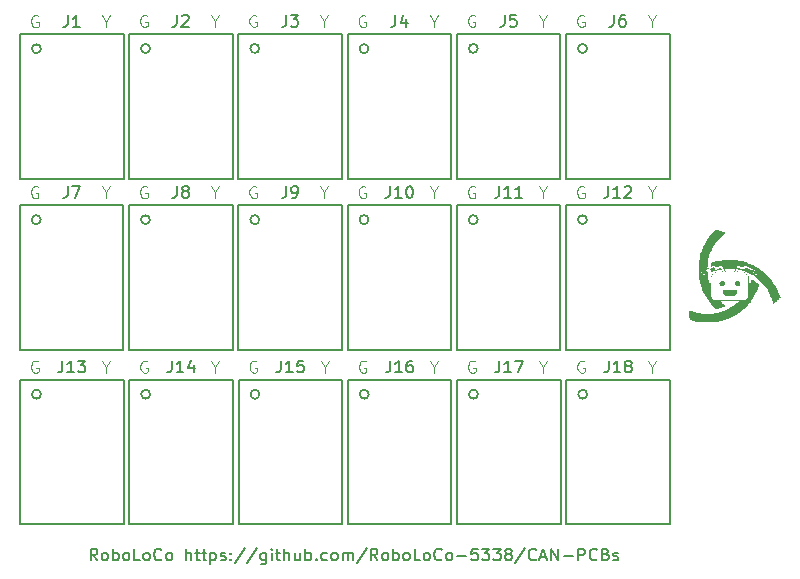
<source format=gbr>
%TF.GenerationSoftware,KiCad,Pcbnew,7.0.10*%
%TF.CreationDate,2024-01-27T09:00:16-05:00*%
%TF.ProjectId,CAN_board,43414e5f-626f-4617-9264-2e6b69636164,rev?*%
%TF.SameCoordinates,Original*%
%TF.FileFunction,Legend,Top*%
%TF.FilePolarity,Positive*%
%FSLAX46Y46*%
G04 Gerber Fmt 4.6, Leading zero omitted, Abs format (unit mm)*
G04 Created by KiCad (PCBNEW 7.0.10) date 2024-01-27 09:00:16*
%MOMM*%
%LPD*%
G01*
G04 APERTURE LIST*
%ADD10C,0.150000*%
%ADD11C,0.100000*%
%ADD12C,0.152400*%
G04 APERTURE END LIST*
D10*
X117408207Y-123869819D02*
X117074874Y-123393628D01*
X116836779Y-123869819D02*
X116836779Y-122869819D01*
X116836779Y-122869819D02*
X117217731Y-122869819D01*
X117217731Y-122869819D02*
X117312969Y-122917438D01*
X117312969Y-122917438D02*
X117360588Y-122965057D01*
X117360588Y-122965057D02*
X117408207Y-123060295D01*
X117408207Y-123060295D02*
X117408207Y-123203152D01*
X117408207Y-123203152D02*
X117360588Y-123298390D01*
X117360588Y-123298390D02*
X117312969Y-123346009D01*
X117312969Y-123346009D02*
X117217731Y-123393628D01*
X117217731Y-123393628D02*
X116836779Y-123393628D01*
X117979636Y-123869819D02*
X117884398Y-123822200D01*
X117884398Y-123822200D02*
X117836779Y-123774580D01*
X117836779Y-123774580D02*
X117789160Y-123679342D01*
X117789160Y-123679342D02*
X117789160Y-123393628D01*
X117789160Y-123393628D02*
X117836779Y-123298390D01*
X117836779Y-123298390D02*
X117884398Y-123250771D01*
X117884398Y-123250771D02*
X117979636Y-123203152D01*
X117979636Y-123203152D02*
X118122493Y-123203152D01*
X118122493Y-123203152D02*
X118217731Y-123250771D01*
X118217731Y-123250771D02*
X118265350Y-123298390D01*
X118265350Y-123298390D02*
X118312969Y-123393628D01*
X118312969Y-123393628D02*
X118312969Y-123679342D01*
X118312969Y-123679342D02*
X118265350Y-123774580D01*
X118265350Y-123774580D02*
X118217731Y-123822200D01*
X118217731Y-123822200D02*
X118122493Y-123869819D01*
X118122493Y-123869819D02*
X117979636Y-123869819D01*
X118741541Y-123869819D02*
X118741541Y-122869819D01*
X118741541Y-123250771D02*
X118836779Y-123203152D01*
X118836779Y-123203152D02*
X119027255Y-123203152D01*
X119027255Y-123203152D02*
X119122493Y-123250771D01*
X119122493Y-123250771D02*
X119170112Y-123298390D01*
X119170112Y-123298390D02*
X119217731Y-123393628D01*
X119217731Y-123393628D02*
X119217731Y-123679342D01*
X119217731Y-123679342D02*
X119170112Y-123774580D01*
X119170112Y-123774580D02*
X119122493Y-123822200D01*
X119122493Y-123822200D02*
X119027255Y-123869819D01*
X119027255Y-123869819D02*
X118836779Y-123869819D01*
X118836779Y-123869819D02*
X118741541Y-123822200D01*
X119789160Y-123869819D02*
X119693922Y-123822200D01*
X119693922Y-123822200D02*
X119646303Y-123774580D01*
X119646303Y-123774580D02*
X119598684Y-123679342D01*
X119598684Y-123679342D02*
X119598684Y-123393628D01*
X119598684Y-123393628D02*
X119646303Y-123298390D01*
X119646303Y-123298390D02*
X119693922Y-123250771D01*
X119693922Y-123250771D02*
X119789160Y-123203152D01*
X119789160Y-123203152D02*
X119932017Y-123203152D01*
X119932017Y-123203152D02*
X120027255Y-123250771D01*
X120027255Y-123250771D02*
X120074874Y-123298390D01*
X120074874Y-123298390D02*
X120122493Y-123393628D01*
X120122493Y-123393628D02*
X120122493Y-123679342D01*
X120122493Y-123679342D02*
X120074874Y-123774580D01*
X120074874Y-123774580D02*
X120027255Y-123822200D01*
X120027255Y-123822200D02*
X119932017Y-123869819D01*
X119932017Y-123869819D02*
X119789160Y-123869819D01*
X121027255Y-123869819D02*
X120551065Y-123869819D01*
X120551065Y-123869819D02*
X120551065Y-122869819D01*
X121503446Y-123869819D02*
X121408208Y-123822200D01*
X121408208Y-123822200D02*
X121360589Y-123774580D01*
X121360589Y-123774580D02*
X121312970Y-123679342D01*
X121312970Y-123679342D02*
X121312970Y-123393628D01*
X121312970Y-123393628D02*
X121360589Y-123298390D01*
X121360589Y-123298390D02*
X121408208Y-123250771D01*
X121408208Y-123250771D02*
X121503446Y-123203152D01*
X121503446Y-123203152D02*
X121646303Y-123203152D01*
X121646303Y-123203152D02*
X121741541Y-123250771D01*
X121741541Y-123250771D02*
X121789160Y-123298390D01*
X121789160Y-123298390D02*
X121836779Y-123393628D01*
X121836779Y-123393628D02*
X121836779Y-123679342D01*
X121836779Y-123679342D02*
X121789160Y-123774580D01*
X121789160Y-123774580D02*
X121741541Y-123822200D01*
X121741541Y-123822200D02*
X121646303Y-123869819D01*
X121646303Y-123869819D02*
X121503446Y-123869819D01*
X122836779Y-123774580D02*
X122789160Y-123822200D01*
X122789160Y-123822200D02*
X122646303Y-123869819D01*
X122646303Y-123869819D02*
X122551065Y-123869819D01*
X122551065Y-123869819D02*
X122408208Y-123822200D01*
X122408208Y-123822200D02*
X122312970Y-123726961D01*
X122312970Y-123726961D02*
X122265351Y-123631723D01*
X122265351Y-123631723D02*
X122217732Y-123441247D01*
X122217732Y-123441247D02*
X122217732Y-123298390D01*
X122217732Y-123298390D02*
X122265351Y-123107914D01*
X122265351Y-123107914D02*
X122312970Y-123012676D01*
X122312970Y-123012676D02*
X122408208Y-122917438D01*
X122408208Y-122917438D02*
X122551065Y-122869819D01*
X122551065Y-122869819D02*
X122646303Y-122869819D01*
X122646303Y-122869819D02*
X122789160Y-122917438D01*
X122789160Y-122917438D02*
X122836779Y-122965057D01*
X123408208Y-123869819D02*
X123312970Y-123822200D01*
X123312970Y-123822200D02*
X123265351Y-123774580D01*
X123265351Y-123774580D02*
X123217732Y-123679342D01*
X123217732Y-123679342D02*
X123217732Y-123393628D01*
X123217732Y-123393628D02*
X123265351Y-123298390D01*
X123265351Y-123298390D02*
X123312970Y-123250771D01*
X123312970Y-123250771D02*
X123408208Y-123203152D01*
X123408208Y-123203152D02*
X123551065Y-123203152D01*
X123551065Y-123203152D02*
X123646303Y-123250771D01*
X123646303Y-123250771D02*
X123693922Y-123298390D01*
X123693922Y-123298390D02*
X123741541Y-123393628D01*
X123741541Y-123393628D02*
X123741541Y-123679342D01*
X123741541Y-123679342D02*
X123693922Y-123774580D01*
X123693922Y-123774580D02*
X123646303Y-123822200D01*
X123646303Y-123822200D02*
X123551065Y-123869819D01*
X123551065Y-123869819D02*
X123408208Y-123869819D01*
X124932018Y-123869819D02*
X124932018Y-122869819D01*
X125360589Y-123869819D02*
X125360589Y-123346009D01*
X125360589Y-123346009D02*
X125312970Y-123250771D01*
X125312970Y-123250771D02*
X125217732Y-123203152D01*
X125217732Y-123203152D02*
X125074875Y-123203152D01*
X125074875Y-123203152D02*
X124979637Y-123250771D01*
X124979637Y-123250771D02*
X124932018Y-123298390D01*
X125693923Y-123203152D02*
X126074875Y-123203152D01*
X125836780Y-122869819D02*
X125836780Y-123726961D01*
X125836780Y-123726961D02*
X125884399Y-123822200D01*
X125884399Y-123822200D02*
X125979637Y-123869819D01*
X125979637Y-123869819D02*
X126074875Y-123869819D01*
X126265352Y-123203152D02*
X126646304Y-123203152D01*
X126408209Y-122869819D02*
X126408209Y-123726961D01*
X126408209Y-123726961D02*
X126455828Y-123822200D01*
X126455828Y-123822200D02*
X126551066Y-123869819D01*
X126551066Y-123869819D02*
X126646304Y-123869819D01*
X126979638Y-123203152D02*
X126979638Y-124203152D01*
X126979638Y-123250771D02*
X127074876Y-123203152D01*
X127074876Y-123203152D02*
X127265352Y-123203152D01*
X127265352Y-123203152D02*
X127360590Y-123250771D01*
X127360590Y-123250771D02*
X127408209Y-123298390D01*
X127408209Y-123298390D02*
X127455828Y-123393628D01*
X127455828Y-123393628D02*
X127455828Y-123679342D01*
X127455828Y-123679342D02*
X127408209Y-123774580D01*
X127408209Y-123774580D02*
X127360590Y-123822200D01*
X127360590Y-123822200D02*
X127265352Y-123869819D01*
X127265352Y-123869819D02*
X127074876Y-123869819D01*
X127074876Y-123869819D02*
X126979638Y-123822200D01*
X127836781Y-123822200D02*
X127932019Y-123869819D01*
X127932019Y-123869819D02*
X128122495Y-123869819D01*
X128122495Y-123869819D02*
X128217733Y-123822200D01*
X128217733Y-123822200D02*
X128265352Y-123726961D01*
X128265352Y-123726961D02*
X128265352Y-123679342D01*
X128265352Y-123679342D02*
X128217733Y-123584104D01*
X128217733Y-123584104D02*
X128122495Y-123536485D01*
X128122495Y-123536485D02*
X127979638Y-123536485D01*
X127979638Y-123536485D02*
X127884400Y-123488866D01*
X127884400Y-123488866D02*
X127836781Y-123393628D01*
X127836781Y-123393628D02*
X127836781Y-123346009D01*
X127836781Y-123346009D02*
X127884400Y-123250771D01*
X127884400Y-123250771D02*
X127979638Y-123203152D01*
X127979638Y-123203152D02*
X128122495Y-123203152D01*
X128122495Y-123203152D02*
X128217733Y-123250771D01*
X128693924Y-123774580D02*
X128741543Y-123822200D01*
X128741543Y-123822200D02*
X128693924Y-123869819D01*
X128693924Y-123869819D02*
X128646305Y-123822200D01*
X128646305Y-123822200D02*
X128693924Y-123774580D01*
X128693924Y-123774580D02*
X128693924Y-123869819D01*
X128693924Y-123250771D02*
X128741543Y-123298390D01*
X128741543Y-123298390D02*
X128693924Y-123346009D01*
X128693924Y-123346009D02*
X128646305Y-123298390D01*
X128646305Y-123298390D02*
X128693924Y-123250771D01*
X128693924Y-123250771D02*
X128693924Y-123346009D01*
X129884399Y-122822200D02*
X129027257Y-124107914D01*
X130932018Y-122822200D02*
X130074876Y-124107914D01*
X131693923Y-123203152D02*
X131693923Y-124012676D01*
X131693923Y-124012676D02*
X131646304Y-124107914D01*
X131646304Y-124107914D02*
X131598685Y-124155533D01*
X131598685Y-124155533D02*
X131503447Y-124203152D01*
X131503447Y-124203152D02*
X131360590Y-124203152D01*
X131360590Y-124203152D02*
X131265352Y-124155533D01*
X131693923Y-123822200D02*
X131598685Y-123869819D01*
X131598685Y-123869819D02*
X131408209Y-123869819D01*
X131408209Y-123869819D02*
X131312971Y-123822200D01*
X131312971Y-123822200D02*
X131265352Y-123774580D01*
X131265352Y-123774580D02*
X131217733Y-123679342D01*
X131217733Y-123679342D02*
X131217733Y-123393628D01*
X131217733Y-123393628D02*
X131265352Y-123298390D01*
X131265352Y-123298390D02*
X131312971Y-123250771D01*
X131312971Y-123250771D02*
X131408209Y-123203152D01*
X131408209Y-123203152D02*
X131598685Y-123203152D01*
X131598685Y-123203152D02*
X131693923Y-123250771D01*
X132170114Y-123869819D02*
X132170114Y-123203152D01*
X132170114Y-122869819D02*
X132122495Y-122917438D01*
X132122495Y-122917438D02*
X132170114Y-122965057D01*
X132170114Y-122965057D02*
X132217733Y-122917438D01*
X132217733Y-122917438D02*
X132170114Y-122869819D01*
X132170114Y-122869819D02*
X132170114Y-122965057D01*
X132503447Y-123203152D02*
X132884399Y-123203152D01*
X132646304Y-122869819D02*
X132646304Y-123726961D01*
X132646304Y-123726961D02*
X132693923Y-123822200D01*
X132693923Y-123822200D02*
X132789161Y-123869819D01*
X132789161Y-123869819D02*
X132884399Y-123869819D01*
X133217733Y-123869819D02*
X133217733Y-122869819D01*
X133646304Y-123869819D02*
X133646304Y-123346009D01*
X133646304Y-123346009D02*
X133598685Y-123250771D01*
X133598685Y-123250771D02*
X133503447Y-123203152D01*
X133503447Y-123203152D02*
X133360590Y-123203152D01*
X133360590Y-123203152D02*
X133265352Y-123250771D01*
X133265352Y-123250771D02*
X133217733Y-123298390D01*
X134551066Y-123203152D02*
X134551066Y-123869819D01*
X134122495Y-123203152D02*
X134122495Y-123726961D01*
X134122495Y-123726961D02*
X134170114Y-123822200D01*
X134170114Y-123822200D02*
X134265352Y-123869819D01*
X134265352Y-123869819D02*
X134408209Y-123869819D01*
X134408209Y-123869819D02*
X134503447Y-123822200D01*
X134503447Y-123822200D02*
X134551066Y-123774580D01*
X135027257Y-123869819D02*
X135027257Y-122869819D01*
X135027257Y-123250771D02*
X135122495Y-123203152D01*
X135122495Y-123203152D02*
X135312971Y-123203152D01*
X135312971Y-123203152D02*
X135408209Y-123250771D01*
X135408209Y-123250771D02*
X135455828Y-123298390D01*
X135455828Y-123298390D02*
X135503447Y-123393628D01*
X135503447Y-123393628D02*
X135503447Y-123679342D01*
X135503447Y-123679342D02*
X135455828Y-123774580D01*
X135455828Y-123774580D02*
X135408209Y-123822200D01*
X135408209Y-123822200D02*
X135312971Y-123869819D01*
X135312971Y-123869819D02*
X135122495Y-123869819D01*
X135122495Y-123869819D02*
X135027257Y-123822200D01*
X135932019Y-123774580D02*
X135979638Y-123822200D01*
X135979638Y-123822200D02*
X135932019Y-123869819D01*
X135932019Y-123869819D02*
X135884400Y-123822200D01*
X135884400Y-123822200D02*
X135932019Y-123774580D01*
X135932019Y-123774580D02*
X135932019Y-123869819D01*
X136836780Y-123822200D02*
X136741542Y-123869819D01*
X136741542Y-123869819D02*
X136551066Y-123869819D01*
X136551066Y-123869819D02*
X136455828Y-123822200D01*
X136455828Y-123822200D02*
X136408209Y-123774580D01*
X136408209Y-123774580D02*
X136360590Y-123679342D01*
X136360590Y-123679342D02*
X136360590Y-123393628D01*
X136360590Y-123393628D02*
X136408209Y-123298390D01*
X136408209Y-123298390D02*
X136455828Y-123250771D01*
X136455828Y-123250771D02*
X136551066Y-123203152D01*
X136551066Y-123203152D02*
X136741542Y-123203152D01*
X136741542Y-123203152D02*
X136836780Y-123250771D01*
X137408209Y-123869819D02*
X137312971Y-123822200D01*
X137312971Y-123822200D02*
X137265352Y-123774580D01*
X137265352Y-123774580D02*
X137217733Y-123679342D01*
X137217733Y-123679342D02*
X137217733Y-123393628D01*
X137217733Y-123393628D02*
X137265352Y-123298390D01*
X137265352Y-123298390D02*
X137312971Y-123250771D01*
X137312971Y-123250771D02*
X137408209Y-123203152D01*
X137408209Y-123203152D02*
X137551066Y-123203152D01*
X137551066Y-123203152D02*
X137646304Y-123250771D01*
X137646304Y-123250771D02*
X137693923Y-123298390D01*
X137693923Y-123298390D02*
X137741542Y-123393628D01*
X137741542Y-123393628D02*
X137741542Y-123679342D01*
X137741542Y-123679342D02*
X137693923Y-123774580D01*
X137693923Y-123774580D02*
X137646304Y-123822200D01*
X137646304Y-123822200D02*
X137551066Y-123869819D01*
X137551066Y-123869819D02*
X137408209Y-123869819D01*
X138170114Y-123869819D02*
X138170114Y-123203152D01*
X138170114Y-123298390D02*
X138217733Y-123250771D01*
X138217733Y-123250771D02*
X138312971Y-123203152D01*
X138312971Y-123203152D02*
X138455828Y-123203152D01*
X138455828Y-123203152D02*
X138551066Y-123250771D01*
X138551066Y-123250771D02*
X138598685Y-123346009D01*
X138598685Y-123346009D02*
X138598685Y-123869819D01*
X138598685Y-123346009D02*
X138646304Y-123250771D01*
X138646304Y-123250771D02*
X138741542Y-123203152D01*
X138741542Y-123203152D02*
X138884399Y-123203152D01*
X138884399Y-123203152D02*
X138979638Y-123250771D01*
X138979638Y-123250771D02*
X139027257Y-123346009D01*
X139027257Y-123346009D02*
X139027257Y-123869819D01*
X140217732Y-122822200D02*
X139360590Y-124107914D01*
X141122494Y-123869819D02*
X140789161Y-123393628D01*
X140551066Y-123869819D02*
X140551066Y-122869819D01*
X140551066Y-122869819D02*
X140932018Y-122869819D01*
X140932018Y-122869819D02*
X141027256Y-122917438D01*
X141027256Y-122917438D02*
X141074875Y-122965057D01*
X141074875Y-122965057D02*
X141122494Y-123060295D01*
X141122494Y-123060295D02*
X141122494Y-123203152D01*
X141122494Y-123203152D02*
X141074875Y-123298390D01*
X141074875Y-123298390D02*
X141027256Y-123346009D01*
X141027256Y-123346009D02*
X140932018Y-123393628D01*
X140932018Y-123393628D02*
X140551066Y-123393628D01*
X141693923Y-123869819D02*
X141598685Y-123822200D01*
X141598685Y-123822200D02*
X141551066Y-123774580D01*
X141551066Y-123774580D02*
X141503447Y-123679342D01*
X141503447Y-123679342D02*
X141503447Y-123393628D01*
X141503447Y-123393628D02*
X141551066Y-123298390D01*
X141551066Y-123298390D02*
X141598685Y-123250771D01*
X141598685Y-123250771D02*
X141693923Y-123203152D01*
X141693923Y-123203152D02*
X141836780Y-123203152D01*
X141836780Y-123203152D02*
X141932018Y-123250771D01*
X141932018Y-123250771D02*
X141979637Y-123298390D01*
X141979637Y-123298390D02*
X142027256Y-123393628D01*
X142027256Y-123393628D02*
X142027256Y-123679342D01*
X142027256Y-123679342D02*
X141979637Y-123774580D01*
X141979637Y-123774580D02*
X141932018Y-123822200D01*
X141932018Y-123822200D02*
X141836780Y-123869819D01*
X141836780Y-123869819D02*
X141693923Y-123869819D01*
X142455828Y-123869819D02*
X142455828Y-122869819D01*
X142455828Y-123250771D02*
X142551066Y-123203152D01*
X142551066Y-123203152D02*
X142741542Y-123203152D01*
X142741542Y-123203152D02*
X142836780Y-123250771D01*
X142836780Y-123250771D02*
X142884399Y-123298390D01*
X142884399Y-123298390D02*
X142932018Y-123393628D01*
X142932018Y-123393628D02*
X142932018Y-123679342D01*
X142932018Y-123679342D02*
X142884399Y-123774580D01*
X142884399Y-123774580D02*
X142836780Y-123822200D01*
X142836780Y-123822200D02*
X142741542Y-123869819D01*
X142741542Y-123869819D02*
X142551066Y-123869819D01*
X142551066Y-123869819D02*
X142455828Y-123822200D01*
X143503447Y-123869819D02*
X143408209Y-123822200D01*
X143408209Y-123822200D02*
X143360590Y-123774580D01*
X143360590Y-123774580D02*
X143312971Y-123679342D01*
X143312971Y-123679342D02*
X143312971Y-123393628D01*
X143312971Y-123393628D02*
X143360590Y-123298390D01*
X143360590Y-123298390D02*
X143408209Y-123250771D01*
X143408209Y-123250771D02*
X143503447Y-123203152D01*
X143503447Y-123203152D02*
X143646304Y-123203152D01*
X143646304Y-123203152D02*
X143741542Y-123250771D01*
X143741542Y-123250771D02*
X143789161Y-123298390D01*
X143789161Y-123298390D02*
X143836780Y-123393628D01*
X143836780Y-123393628D02*
X143836780Y-123679342D01*
X143836780Y-123679342D02*
X143789161Y-123774580D01*
X143789161Y-123774580D02*
X143741542Y-123822200D01*
X143741542Y-123822200D02*
X143646304Y-123869819D01*
X143646304Y-123869819D02*
X143503447Y-123869819D01*
X144741542Y-123869819D02*
X144265352Y-123869819D01*
X144265352Y-123869819D02*
X144265352Y-122869819D01*
X145217733Y-123869819D02*
X145122495Y-123822200D01*
X145122495Y-123822200D02*
X145074876Y-123774580D01*
X145074876Y-123774580D02*
X145027257Y-123679342D01*
X145027257Y-123679342D02*
X145027257Y-123393628D01*
X145027257Y-123393628D02*
X145074876Y-123298390D01*
X145074876Y-123298390D02*
X145122495Y-123250771D01*
X145122495Y-123250771D02*
X145217733Y-123203152D01*
X145217733Y-123203152D02*
X145360590Y-123203152D01*
X145360590Y-123203152D02*
X145455828Y-123250771D01*
X145455828Y-123250771D02*
X145503447Y-123298390D01*
X145503447Y-123298390D02*
X145551066Y-123393628D01*
X145551066Y-123393628D02*
X145551066Y-123679342D01*
X145551066Y-123679342D02*
X145503447Y-123774580D01*
X145503447Y-123774580D02*
X145455828Y-123822200D01*
X145455828Y-123822200D02*
X145360590Y-123869819D01*
X145360590Y-123869819D02*
X145217733Y-123869819D01*
X146551066Y-123774580D02*
X146503447Y-123822200D01*
X146503447Y-123822200D02*
X146360590Y-123869819D01*
X146360590Y-123869819D02*
X146265352Y-123869819D01*
X146265352Y-123869819D02*
X146122495Y-123822200D01*
X146122495Y-123822200D02*
X146027257Y-123726961D01*
X146027257Y-123726961D02*
X145979638Y-123631723D01*
X145979638Y-123631723D02*
X145932019Y-123441247D01*
X145932019Y-123441247D02*
X145932019Y-123298390D01*
X145932019Y-123298390D02*
X145979638Y-123107914D01*
X145979638Y-123107914D02*
X146027257Y-123012676D01*
X146027257Y-123012676D02*
X146122495Y-122917438D01*
X146122495Y-122917438D02*
X146265352Y-122869819D01*
X146265352Y-122869819D02*
X146360590Y-122869819D01*
X146360590Y-122869819D02*
X146503447Y-122917438D01*
X146503447Y-122917438D02*
X146551066Y-122965057D01*
X147122495Y-123869819D02*
X147027257Y-123822200D01*
X147027257Y-123822200D02*
X146979638Y-123774580D01*
X146979638Y-123774580D02*
X146932019Y-123679342D01*
X146932019Y-123679342D02*
X146932019Y-123393628D01*
X146932019Y-123393628D02*
X146979638Y-123298390D01*
X146979638Y-123298390D02*
X147027257Y-123250771D01*
X147027257Y-123250771D02*
X147122495Y-123203152D01*
X147122495Y-123203152D02*
X147265352Y-123203152D01*
X147265352Y-123203152D02*
X147360590Y-123250771D01*
X147360590Y-123250771D02*
X147408209Y-123298390D01*
X147408209Y-123298390D02*
X147455828Y-123393628D01*
X147455828Y-123393628D02*
X147455828Y-123679342D01*
X147455828Y-123679342D02*
X147408209Y-123774580D01*
X147408209Y-123774580D02*
X147360590Y-123822200D01*
X147360590Y-123822200D02*
X147265352Y-123869819D01*
X147265352Y-123869819D02*
X147122495Y-123869819D01*
X147884400Y-123488866D02*
X148646305Y-123488866D01*
X149598685Y-122869819D02*
X149122495Y-122869819D01*
X149122495Y-122869819D02*
X149074876Y-123346009D01*
X149074876Y-123346009D02*
X149122495Y-123298390D01*
X149122495Y-123298390D02*
X149217733Y-123250771D01*
X149217733Y-123250771D02*
X149455828Y-123250771D01*
X149455828Y-123250771D02*
X149551066Y-123298390D01*
X149551066Y-123298390D02*
X149598685Y-123346009D01*
X149598685Y-123346009D02*
X149646304Y-123441247D01*
X149646304Y-123441247D02*
X149646304Y-123679342D01*
X149646304Y-123679342D02*
X149598685Y-123774580D01*
X149598685Y-123774580D02*
X149551066Y-123822200D01*
X149551066Y-123822200D02*
X149455828Y-123869819D01*
X149455828Y-123869819D02*
X149217733Y-123869819D01*
X149217733Y-123869819D02*
X149122495Y-123822200D01*
X149122495Y-123822200D02*
X149074876Y-123774580D01*
X149979638Y-122869819D02*
X150598685Y-122869819D01*
X150598685Y-122869819D02*
X150265352Y-123250771D01*
X150265352Y-123250771D02*
X150408209Y-123250771D01*
X150408209Y-123250771D02*
X150503447Y-123298390D01*
X150503447Y-123298390D02*
X150551066Y-123346009D01*
X150551066Y-123346009D02*
X150598685Y-123441247D01*
X150598685Y-123441247D02*
X150598685Y-123679342D01*
X150598685Y-123679342D02*
X150551066Y-123774580D01*
X150551066Y-123774580D02*
X150503447Y-123822200D01*
X150503447Y-123822200D02*
X150408209Y-123869819D01*
X150408209Y-123869819D02*
X150122495Y-123869819D01*
X150122495Y-123869819D02*
X150027257Y-123822200D01*
X150027257Y-123822200D02*
X149979638Y-123774580D01*
X150932019Y-122869819D02*
X151551066Y-122869819D01*
X151551066Y-122869819D02*
X151217733Y-123250771D01*
X151217733Y-123250771D02*
X151360590Y-123250771D01*
X151360590Y-123250771D02*
X151455828Y-123298390D01*
X151455828Y-123298390D02*
X151503447Y-123346009D01*
X151503447Y-123346009D02*
X151551066Y-123441247D01*
X151551066Y-123441247D02*
X151551066Y-123679342D01*
X151551066Y-123679342D02*
X151503447Y-123774580D01*
X151503447Y-123774580D02*
X151455828Y-123822200D01*
X151455828Y-123822200D02*
X151360590Y-123869819D01*
X151360590Y-123869819D02*
X151074876Y-123869819D01*
X151074876Y-123869819D02*
X150979638Y-123822200D01*
X150979638Y-123822200D02*
X150932019Y-123774580D01*
X152122495Y-123298390D02*
X152027257Y-123250771D01*
X152027257Y-123250771D02*
X151979638Y-123203152D01*
X151979638Y-123203152D02*
X151932019Y-123107914D01*
X151932019Y-123107914D02*
X151932019Y-123060295D01*
X151932019Y-123060295D02*
X151979638Y-122965057D01*
X151979638Y-122965057D02*
X152027257Y-122917438D01*
X152027257Y-122917438D02*
X152122495Y-122869819D01*
X152122495Y-122869819D02*
X152312971Y-122869819D01*
X152312971Y-122869819D02*
X152408209Y-122917438D01*
X152408209Y-122917438D02*
X152455828Y-122965057D01*
X152455828Y-122965057D02*
X152503447Y-123060295D01*
X152503447Y-123060295D02*
X152503447Y-123107914D01*
X152503447Y-123107914D02*
X152455828Y-123203152D01*
X152455828Y-123203152D02*
X152408209Y-123250771D01*
X152408209Y-123250771D02*
X152312971Y-123298390D01*
X152312971Y-123298390D02*
X152122495Y-123298390D01*
X152122495Y-123298390D02*
X152027257Y-123346009D01*
X152027257Y-123346009D02*
X151979638Y-123393628D01*
X151979638Y-123393628D02*
X151932019Y-123488866D01*
X151932019Y-123488866D02*
X151932019Y-123679342D01*
X151932019Y-123679342D02*
X151979638Y-123774580D01*
X151979638Y-123774580D02*
X152027257Y-123822200D01*
X152027257Y-123822200D02*
X152122495Y-123869819D01*
X152122495Y-123869819D02*
X152312971Y-123869819D01*
X152312971Y-123869819D02*
X152408209Y-123822200D01*
X152408209Y-123822200D02*
X152455828Y-123774580D01*
X152455828Y-123774580D02*
X152503447Y-123679342D01*
X152503447Y-123679342D02*
X152503447Y-123488866D01*
X152503447Y-123488866D02*
X152455828Y-123393628D01*
X152455828Y-123393628D02*
X152408209Y-123346009D01*
X152408209Y-123346009D02*
X152312971Y-123298390D01*
X153646304Y-122822200D02*
X152789162Y-124107914D01*
X154551066Y-123774580D02*
X154503447Y-123822200D01*
X154503447Y-123822200D02*
X154360590Y-123869819D01*
X154360590Y-123869819D02*
X154265352Y-123869819D01*
X154265352Y-123869819D02*
X154122495Y-123822200D01*
X154122495Y-123822200D02*
X154027257Y-123726961D01*
X154027257Y-123726961D02*
X153979638Y-123631723D01*
X153979638Y-123631723D02*
X153932019Y-123441247D01*
X153932019Y-123441247D02*
X153932019Y-123298390D01*
X153932019Y-123298390D02*
X153979638Y-123107914D01*
X153979638Y-123107914D02*
X154027257Y-123012676D01*
X154027257Y-123012676D02*
X154122495Y-122917438D01*
X154122495Y-122917438D02*
X154265352Y-122869819D01*
X154265352Y-122869819D02*
X154360590Y-122869819D01*
X154360590Y-122869819D02*
X154503447Y-122917438D01*
X154503447Y-122917438D02*
X154551066Y-122965057D01*
X154932019Y-123584104D02*
X155408209Y-123584104D01*
X154836781Y-123869819D02*
X155170114Y-122869819D01*
X155170114Y-122869819D02*
X155503447Y-123869819D01*
X155836781Y-123869819D02*
X155836781Y-122869819D01*
X155836781Y-122869819D02*
X156408209Y-123869819D01*
X156408209Y-123869819D02*
X156408209Y-122869819D01*
X156884400Y-123488866D02*
X157646305Y-123488866D01*
X158122495Y-123869819D02*
X158122495Y-122869819D01*
X158122495Y-122869819D02*
X158503447Y-122869819D01*
X158503447Y-122869819D02*
X158598685Y-122917438D01*
X158598685Y-122917438D02*
X158646304Y-122965057D01*
X158646304Y-122965057D02*
X158693923Y-123060295D01*
X158693923Y-123060295D02*
X158693923Y-123203152D01*
X158693923Y-123203152D02*
X158646304Y-123298390D01*
X158646304Y-123298390D02*
X158598685Y-123346009D01*
X158598685Y-123346009D02*
X158503447Y-123393628D01*
X158503447Y-123393628D02*
X158122495Y-123393628D01*
X159693923Y-123774580D02*
X159646304Y-123822200D01*
X159646304Y-123822200D02*
X159503447Y-123869819D01*
X159503447Y-123869819D02*
X159408209Y-123869819D01*
X159408209Y-123869819D02*
X159265352Y-123822200D01*
X159265352Y-123822200D02*
X159170114Y-123726961D01*
X159170114Y-123726961D02*
X159122495Y-123631723D01*
X159122495Y-123631723D02*
X159074876Y-123441247D01*
X159074876Y-123441247D02*
X159074876Y-123298390D01*
X159074876Y-123298390D02*
X159122495Y-123107914D01*
X159122495Y-123107914D02*
X159170114Y-123012676D01*
X159170114Y-123012676D02*
X159265352Y-122917438D01*
X159265352Y-122917438D02*
X159408209Y-122869819D01*
X159408209Y-122869819D02*
X159503447Y-122869819D01*
X159503447Y-122869819D02*
X159646304Y-122917438D01*
X159646304Y-122917438D02*
X159693923Y-122965057D01*
X160455828Y-123346009D02*
X160598685Y-123393628D01*
X160598685Y-123393628D02*
X160646304Y-123441247D01*
X160646304Y-123441247D02*
X160693923Y-123536485D01*
X160693923Y-123536485D02*
X160693923Y-123679342D01*
X160693923Y-123679342D02*
X160646304Y-123774580D01*
X160646304Y-123774580D02*
X160598685Y-123822200D01*
X160598685Y-123822200D02*
X160503447Y-123869819D01*
X160503447Y-123869819D02*
X160122495Y-123869819D01*
X160122495Y-123869819D02*
X160122495Y-122869819D01*
X160122495Y-122869819D02*
X160455828Y-122869819D01*
X160455828Y-122869819D02*
X160551066Y-122917438D01*
X160551066Y-122917438D02*
X160598685Y-122965057D01*
X160598685Y-122965057D02*
X160646304Y-123060295D01*
X160646304Y-123060295D02*
X160646304Y-123155533D01*
X160646304Y-123155533D02*
X160598685Y-123250771D01*
X160598685Y-123250771D02*
X160551066Y-123298390D01*
X160551066Y-123298390D02*
X160455828Y-123346009D01*
X160455828Y-123346009D02*
X160122495Y-123346009D01*
X161074876Y-123822200D02*
X161170114Y-123869819D01*
X161170114Y-123869819D02*
X161360590Y-123869819D01*
X161360590Y-123869819D02*
X161455828Y-123822200D01*
X161455828Y-123822200D02*
X161503447Y-123726961D01*
X161503447Y-123726961D02*
X161503447Y-123679342D01*
X161503447Y-123679342D02*
X161455828Y-123584104D01*
X161455828Y-123584104D02*
X161360590Y-123536485D01*
X161360590Y-123536485D02*
X161217733Y-123536485D01*
X161217733Y-123536485D02*
X161122495Y-123488866D01*
X161122495Y-123488866D02*
X161074876Y-123393628D01*
X161074876Y-123393628D02*
X161074876Y-123346009D01*
X161074876Y-123346009D02*
X161122495Y-123250771D01*
X161122495Y-123250771D02*
X161217733Y-123203152D01*
X161217733Y-123203152D02*
X161360590Y-123203152D01*
X161360590Y-123203152D02*
X161455828Y-123250771D01*
X124147926Y-77679617D02*
X124147926Y-78393902D01*
X124147926Y-78393902D02*
X124100307Y-78536759D01*
X124100307Y-78536759D02*
X124005069Y-78631998D01*
X124005069Y-78631998D02*
X123862212Y-78679617D01*
X123862212Y-78679617D02*
X123766974Y-78679617D01*
X124576498Y-77774855D02*
X124624117Y-77727236D01*
X124624117Y-77727236D02*
X124719355Y-77679617D01*
X124719355Y-77679617D02*
X124957450Y-77679617D01*
X124957450Y-77679617D02*
X125052688Y-77727236D01*
X125052688Y-77727236D02*
X125100307Y-77774855D01*
X125100307Y-77774855D02*
X125147926Y-77870093D01*
X125147926Y-77870093D02*
X125147926Y-77965331D01*
X125147926Y-77965331D02*
X125100307Y-78108188D01*
X125100307Y-78108188D02*
X124528879Y-78679617D01*
X124528879Y-78679617D02*
X125147926Y-78679617D01*
D11*
X121608888Y-77744836D02*
X121513650Y-77697217D01*
X121513650Y-77697217D02*
X121370793Y-77697217D01*
X121370793Y-77697217D02*
X121227936Y-77744836D01*
X121227936Y-77744836D02*
X121132698Y-77840074D01*
X121132698Y-77840074D02*
X121085079Y-77935312D01*
X121085079Y-77935312D02*
X121037460Y-78125788D01*
X121037460Y-78125788D02*
X121037460Y-78268645D01*
X121037460Y-78268645D02*
X121085079Y-78459121D01*
X121085079Y-78459121D02*
X121132698Y-78554359D01*
X121132698Y-78554359D02*
X121227936Y-78649598D01*
X121227936Y-78649598D02*
X121370793Y-78697217D01*
X121370793Y-78697217D02*
X121466031Y-78697217D01*
X121466031Y-78697217D02*
X121608888Y-78649598D01*
X121608888Y-78649598D02*
X121656507Y-78601978D01*
X121656507Y-78601978D02*
X121656507Y-78268645D01*
X121656507Y-78268645D02*
X121466031Y-78268645D01*
X127375555Y-78221026D02*
X127375555Y-78697217D01*
X127042222Y-77697217D02*
X127375555Y-78221026D01*
X127375555Y-78221026D02*
X127708888Y-77697217D01*
D10*
X114897928Y-92179617D02*
X114897928Y-92893902D01*
X114897928Y-92893902D02*
X114850309Y-93036759D01*
X114850309Y-93036759D02*
X114755071Y-93131998D01*
X114755071Y-93131998D02*
X114612214Y-93179617D01*
X114612214Y-93179617D02*
X114516976Y-93179617D01*
X115278881Y-92179617D02*
X115945547Y-92179617D01*
X115945547Y-92179617D02*
X115516976Y-93179617D01*
D11*
X112358890Y-92244836D02*
X112263652Y-92197217D01*
X112263652Y-92197217D02*
X112120795Y-92197217D01*
X112120795Y-92197217D02*
X111977938Y-92244836D01*
X111977938Y-92244836D02*
X111882700Y-92340074D01*
X111882700Y-92340074D02*
X111835081Y-92435312D01*
X111835081Y-92435312D02*
X111787462Y-92625788D01*
X111787462Y-92625788D02*
X111787462Y-92768645D01*
X111787462Y-92768645D02*
X111835081Y-92959121D01*
X111835081Y-92959121D02*
X111882700Y-93054359D01*
X111882700Y-93054359D02*
X111977938Y-93149598D01*
X111977938Y-93149598D02*
X112120795Y-93197217D01*
X112120795Y-93197217D02*
X112216033Y-93197217D01*
X112216033Y-93197217D02*
X112358890Y-93149598D01*
X112358890Y-93149598D02*
X112406509Y-93101978D01*
X112406509Y-93101978D02*
X112406509Y-92768645D01*
X112406509Y-92768645D02*
X112216033Y-92768645D01*
X118125557Y-92721026D02*
X118125557Y-93197217D01*
X117792224Y-92197217D02*
X118125557Y-92721026D01*
X118125557Y-92721026D02*
X118458890Y-92197217D01*
D10*
X133397929Y-92179617D02*
X133397929Y-92893902D01*
X133397929Y-92893902D02*
X133350310Y-93036759D01*
X133350310Y-93036759D02*
X133255072Y-93131998D01*
X133255072Y-93131998D02*
X133112215Y-93179617D01*
X133112215Y-93179617D02*
X133016977Y-93179617D01*
X133921739Y-93179617D02*
X134112215Y-93179617D01*
X134112215Y-93179617D02*
X134207453Y-93131998D01*
X134207453Y-93131998D02*
X134255072Y-93084378D01*
X134255072Y-93084378D02*
X134350310Y-92941521D01*
X134350310Y-92941521D02*
X134397929Y-92751045D01*
X134397929Y-92751045D02*
X134397929Y-92370093D01*
X134397929Y-92370093D02*
X134350310Y-92274855D01*
X134350310Y-92274855D02*
X134302691Y-92227236D01*
X134302691Y-92227236D02*
X134207453Y-92179617D01*
X134207453Y-92179617D02*
X134016977Y-92179617D01*
X134016977Y-92179617D02*
X133921739Y-92227236D01*
X133921739Y-92227236D02*
X133874120Y-92274855D01*
X133874120Y-92274855D02*
X133826501Y-92370093D01*
X133826501Y-92370093D02*
X133826501Y-92608188D01*
X133826501Y-92608188D02*
X133874120Y-92703426D01*
X133874120Y-92703426D02*
X133921739Y-92751045D01*
X133921739Y-92751045D02*
X134016977Y-92798664D01*
X134016977Y-92798664D02*
X134207453Y-92798664D01*
X134207453Y-92798664D02*
X134302691Y-92751045D01*
X134302691Y-92751045D02*
X134350310Y-92703426D01*
X134350310Y-92703426D02*
X134397929Y-92608188D01*
D11*
X130858891Y-92244836D02*
X130763653Y-92197217D01*
X130763653Y-92197217D02*
X130620796Y-92197217D01*
X130620796Y-92197217D02*
X130477939Y-92244836D01*
X130477939Y-92244836D02*
X130382701Y-92340074D01*
X130382701Y-92340074D02*
X130335082Y-92435312D01*
X130335082Y-92435312D02*
X130287463Y-92625788D01*
X130287463Y-92625788D02*
X130287463Y-92768645D01*
X130287463Y-92768645D02*
X130335082Y-92959121D01*
X130335082Y-92959121D02*
X130382701Y-93054359D01*
X130382701Y-93054359D02*
X130477939Y-93149598D01*
X130477939Y-93149598D02*
X130620796Y-93197217D01*
X130620796Y-93197217D02*
X130716034Y-93197217D01*
X130716034Y-93197217D02*
X130858891Y-93149598D01*
X130858891Y-93149598D02*
X130906510Y-93101978D01*
X130906510Y-93101978D02*
X130906510Y-92768645D01*
X130906510Y-92768645D02*
X130716034Y-92768645D01*
X136625558Y-92721026D02*
X136625558Y-93197217D01*
X136292225Y-92197217D02*
X136625558Y-92721026D01*
X136625558Y-92721026D02*
X136958891Y-92197217D01*
D10*
X142171738Y-92179617D02*
X142171738Y-92893902D01*
X142171738Y-92893902D02*
X142124119Y-93036759D01*
X142124119Y-93036759D02*
X142028881Y-93131998D01*
X142028881Y-93131998D02*
X141886024Y-93179617D01*
X141886024Y-93179617D02*
X141790786Y-93179617D01*
X143171738Y-93179617D02*
X142600310Y-93179617D01*
X142886024Y-93179617D02*
X142886024Y-92179617D01*
X142886024Y-92179617D02*
X142790786Y-92322474D01*
X142790786Y-92322474D02*
X142695548Y-92417712D01*
X142695548Y-92417712D02*
X142600310Y-92465331D01*
X143790786Y-92179617D02*
X143886024Y-92179617D01*
X143886024Y-92179617D02*
X143981262Y-92227236D01*
X143981262Y-92227236D02*
X144028881Y-92274855D01*
X144028881Y-92274855D02*
X144076500Y-92370093D01*
X144076500Y-92370093D02*
X144124119Y-92560569D01*
X144124119Y-92560569D02*
X144124119Y-92798664D01*
X144124119Y-92798664D02*
X144076500Y-92989140D01*
X144076500Y-92989140D02*
X144028881Y-93084378D01*
X144028881Y-93084378D02*
X143981262Y-93131998D01*
X143981262Y-93131998D02*
X143886024Y-93179617D01*
X143886024Y-93179617D02*
X143790786Y-93179617D01*
X143790786Y-93179617D02*
X143695548Y-93131998D01*
X143695548Y-93131998D02*
X143647929Y-93084378D01*
X143647929Y-93084378D02*
X143600310Y-92989140D01*
X143600310Y-92989140D02*
X143552691Y-92798664D01*
X143552691Y-92798664D02*
X143552691Y-92560569D01*
X143552691Y-92560569D02*
X143600310Y-92370093D01*
X143600310Y-92370093D02*
X143647929Y-92274855D01*
X143647929Y-92274855D02*
X143695548Y-92227236D01*
X143695548Y-92227236D02*
X143790786Y-92179617D01*
D11*
X140108890Y-92244836D02*
X140013652Y-92197217D01*
X140013652Y-92197217D02*
X139870795Y-92197217D01*
X139870795Y-92197217D02*
X139727938Y-92244836D01*
X139727938Y-92244836D02*
X139632700Y-92340074D01*
X139632700Y-92340074D02*
X139585081Y-92435312D01*
X139585081Y-92435312D02*
X139537462Y-92625788D01*
X139537462Y-92625788D02*
X139537462Y-92768645D01*
X139537462Y-92768645D02*
X139585081Y-92959121D01*
X139585081Y-92959121D02*
X139632700Y-93054359D01*
X139632700Y-93054359D02*
X139727938Y-93149598D01*
X139727938Y-93149598D02*
X139870795Y-93197217D01*
X139870795Y-93197217D02*
X139966033Y-93197217D01*
X139966033Y-93197217D02*
X140108890Y-93149598D01*
X140108890Y-93149598D02*
X140156509Y-93101978D01*
X140156509Y-93101978D02*
X140156509Y-92768645D01*
X140156509Y-92768645D02*
X139966033Y-92768645D01*
X145875557Y-92721026D02*
X145875557Y-93197217D01*
X145542224Y-92197217D02*
X145875557Y-92721026D01*
X145875557Y-92721026D02*
X146208890Y-92197217D01*
D10*
X114440542Y-106954819D02*
X114440542Y-107669104D01*
X114440542Y-107669104D02*
X114392923Y-107811961D01*
X114392923Y-107811961D02*
X114297685Y-107907200D01*
X114297685Y-107907200D02*
X114154828Y-107954819D01*
X114154828Y-107954819D02*
X114059590Y-107954819D01*
X115440542Y-107954819D02*
X114869114Y-107954819D01*
X115154828Y-107954819D02*
X115154828Y-106954819D01*
X115154828Y-106954819D02*
X115059590Y-107097676D01*
X115059590Y-107097676D02*
X114964352Y-107192914D01*
X114964352Y-107192914D02*
X114869114Y-107240533D01*
X115773876Y-106954819D02*
X116392923Y-106954819D01*
X116392923Y-106954819D02*
X116059590Y-107335771D01*
X116059590Y-107335771D02*
X116202447Y-107335771D01*
X116202447Y-107335771D02*
X116297685Y-107383390D01*
X116297685Y-107383390D02*
X116345304Y-107431009D01*
X116345304Y-107431009D02*
X116392923Y-107526247D01*
X116392923Y-107526247D02*
X116392923Y-107764342D01*
X116392923Y-107764342D02*
X116345304Y-107859580D01*
X116345304Y-107859580D02*
X116297685Y-107907200D01*
X116297685Y-107907200D02*
X116202447Y-107954819D01*
X116202447Y-107954819D02*
X115916733Y-107954819D01*
X115916733Y-107954819D02*
X115821495Y-107907200D01*
X115821495Y-107907200D02*
X115773876Y-107859580D01*
D11*
X112377694Y-107020038D02*
X112282456Y-106972419D01*
X112282456Y-106972419D02*
X112139599Y-106972419D01*
X112139599Y-106972419D02*
X111996742Y-107020038D01*
X111996742Y-107020038D02*
X111901504Y-107115276D01*
X111901504Y-107115276D02*
X111853885Y-107210514D01*
X111853885Y-107210514D02*
X111806266Y-107400990D01*
X111806266Y-107400990D02*
X111806266Y-107543847D01*
X111806266Y-107543847D02*
X111853885Y-107734323D01*
X111853885Y-107734323D02*
X111901504Y-107829561D01*
X111901504Y-107829561D02*
X111996742Y-107924800D01*
X111996742Y-107924800D02*
X112139599Y-107972419D01*
X112139599Y-107972419D02*
X112234837Y-107972419D01*
X112234837Y-107972419D02*
X112377694Y-107924800D01*
X112377694Y-107924800D02*
X112425313Y-107877180D01*
X112425313Y-107877180D02*
X112425313Y-107543847D01*
X112425313Y-107543847D02*
X112234837Y-107543847D01*
X118144361Y-107496228D02*
X118144361Y-107972419D01*
X117811028Y-106972419D02*
X118144361Y-107496228D01*
X118144361Y-107496228D02*
X118477694Y-106972419D01*
D10*
X133397863Y-77679617D02*
X133397863Y-78393902D01*
X133397863Y-78393902D02*
X133350244Y-78536759D01*
X133350244Y-78536759D02*
X133255006Y-78631998D01*
X133255006Y-78631998D02*
X133112149Y-78679617D01*
X133112149Y-78679617D02*
X133016911Y-78679617D01*
X133778816Y-77679617D02*
X134397863Y-77679617D01*
X134397863Y-77679617D02*
X134064530Y-78060569D01*
X134064530Y-78060569D02*
X134207387Y-78060569D01*
X134207387Y-78060569D02*
X134302625Y-78108188D01*
X134302625Y-78108188D02*
X134350244Y-78155807D01*
X134350244Y-78155807D02*
X134397863Y-78251045D01*
X134397863Y-78251045D02*
X134397863Y-78489140D01*
X134397863Y-78489140D02*
X134350244Y-78584378D01*
X134350244Y-78584378D02*
X134302625Y-78631998D01*
X134302625Y-78631998D02*
X134207387Y-78679617D01*
X134207387Y-78679617D02*
X133921673Y-78679617D01*
X133921673Y-78679617D02*
X133826435Y-78631998D01*
X133826435Y-78631998D02*
X133778816Y-78584378D01*
D11*
X130858825Y-77744836D02*
X130763587Y-77697217D01*
X130763587Y-77697217D02*
X130620730Y-77697217D01*
X130620730Y-77697217D02*
X130477873Y-77744836D01*
X130477873Y-77744836D02*
X130382635Y-77840074D01*
X130382635Y-77840074D02*
X130335016Y-77935312D01*
X130335016Y-77935312D02*
X130287397Y-78125788D01*
X130287397Y-78125788D02*
X130287397Y-78268645D01*
X130287397Y-78268645D02*
X130335016Y-78459121D01*
X130335016Y-78459121D02*
X130382635Y-78554359D01*
X130382635Y-78554359D02*
X130477873Y-78649598D01*
X130477873Y-78649598D02*
X130620730Y-78697217D01*
X130620730Y-78697217D02*
X130715968Y-78697217D01*
X130715968Y-78697217D02*
X130858825Y-78649598D01*
X130858825Y-78649598D02*
X130906444Y-78601978D01*
X130906444Y-78601978D02*
X130906444Y-78268645D01*
X130906444Y-78268645D02*
X130715968Y-78268645D01*
X136625492Y-78221026D02*
X136625492Y-78697217D01*
X136292159Y-77697217D02*
X136625492Y-78221026D01*
X136625492Y-78221026D02*
X136958825Y-77697217D01*
D10*
X114916732Y-77704819D02*
X114916732Y-78419104D01*
X114916732Y-78419104D02*
X114869113Y-78561961D01*
X114869113Y-78561961D02*
X114773875Y-78657200D01*
X114773875Y-78657200D02*
X114631018Y-78704819D01*
X114631018Y-78704819D02*
X114535780Y-78704819D01*
X115916732Y-78704819D02*
X115345304Y-78704819D01*
X115631018Y-78704819D02*
X115631018Y-77704819D01*
X115631018Y-77704819D02*
X115535780Y-77847676D01*
X115535780Y-77847676D02*
X115440542Y-77942914D01*
X115440542Y-77942914D02*
X115345304Y-77990533D01*
D11*
X112377694Y-77770038D02*
X112282456Y-77722419D01*
X112282456Y-77722419D02*
X112139599Y-77722419D01*
X112139599Y-77722419D02*
X111996742Y-77770038D01*
X111996742Y-77770038D02*
X111901504Y-77865276D01*
X111901504Y-77865276D02*
X111853885Y-77960514D01*
X111853885Y-77960514D02*
X111806266Y-78150990D01*
X111806266Y-78150990D02*
X111806266Y-78293847D01*
X111806266Y-78293847D02*
X111853885Y-78484323D01*
X111853885Y-78484323D02*
X111901504Y-78579561D01*
X111901504Y-78579561D02*
X111996742Y-78674800D01*
X111996742Y-78674800D02*
X112139599Y-78722419D01*
X112139599Y-78722419D02*
X112234837Y-78722419D01*
X112234837Y-78722419D02*
X112377694Y-78674800D01*
X112377694Y-78674800D02*
X112425313Y-78627180D01*
X112425313Y-78627180D02*
X112425313Y-78293847D01*
X112425313Y-78293847D02*
X112234837Y-78293847D01*
X118144361Y-78246228D02*
X118144361Y-78722419D01*
X117811028Y-77722419D02*
X118144361Y-78246228D01*
X118144361Y-78246228D02*
X118477694Y-77722419D01*
D10*
X132940542Y-106954819D02*
X132940542Y-107669104D01*
X132940542Y-107669104D02*
X132892923Y-107811961D01*
X132892923Y-107811961D02*
X132797685Y-107907200D01*
X132797685Y-107907200D02*
X132654828Y-107954819D01*
X132654828Y-107954819D02*
X132559590Y-107954819D01*
X133940542Y-107954819D02*
X133369114Y-107954819D01*
X133654828Y-107954819D02*
X133654828Y-106954819D01*
X133654828Y-106954819D02*
X133559590Y-107097676D01*
X133559590Y-107097676D02*
X133464352Y-107192914D01*
X133464352Y-107192914D02*
X133369114Y-107240533D01*
X134845304Y-106954819D02*
X134369114Y-106954819D01*
X134369114Y-106954819D02*
X134321495Y-107431009D01*
X134321495Y-107431009D02*
X134369114Y-107383390D01*
X134369114Y-107383390D02*
X134464352Y-107335771D01*
X134464352Y-107335771D02*
X134702447Y-107335771D01*
X134702447Y-107335771D02*
X134797685Y-107383390D01*
X134797685Y-107383390D02*
X134845304Y-107431009D01*
X134845304Y-107431009D02*
X134892923Y-107526247D01*
X134892923Y-107526247D02*
X134892923Y-107764342D01*
X134892923Y-107764342D02*
X134845304Y-107859580D01*
X134845304Y-107859580D02*
X134797685Y-107907200D01*
X134797685Y-107907200D02*
X134702447Y-107954819D01*
X134702447Y-107954819D02*
X134464352Y-107954819D01*
X134464352Y-107954819D02*
X134369114Y-107907200D01*
X134369114Y-107907200D02*
X134321495Y-107859580D01*
D11*
X130877694Y-107020038D02*
X130782456Y-106972419D01*
X130782456Y-106972419D02*
X130639599Y-106972419D01*
X130639599Y-106972419D02*
X130496742Y-107020038D01*
X130496742Y-107020038D02*
X130401504Y-107115276D01*
X130401504Y-107115276D02*
X130353885Y-107210514D01*
X130353885Y-107210514D02*
X130306266Y-107400990D01*
X130306266Y-107400990D02*
X130306266Y-107543847D01*
X130306266Y-107543847D02*
X130353885Y-107734323D01*
X130353885Y-107734323D02*
X130401504Y-107829561D01*
X130401504Y-107829561D02*
X130496742Y-107924800D01*
X130496742Y-107924800D02*
X130639599Y-107972419D01*
X130639599Y-107972419D02*
X130734837Y-107972419D01*
X130734837Y-107972419D02*
X130877694Y-107924800D01*
X130877694Y-107924800D02*
X130925313Y-107877180D01*
X130925313Y-107877180D02*
X130925313Y-107543847D01*
X130925313Y-107543847D02*
X130734837Y-107543847D01*
X136644361Y-107496228D02*
X136644361Y-107972419D01*
X136311028Y-106972419D02*
X136644361Y-107496228D01*
X136644361Y-107496228D02*
X136977694Y-106972419D01*
D10*
X161147863Y-77679617D02*
X161147863Y-78393902D01*
X161147863Y-78393902D02*
X161100244Y-78536759D01*
X161100244Y-78536759D02*
X161005006Y-78631998D01*
X161005006Y-78631998D02*
X160862149Y-78679617D01*
X160862149Y-78679617D02*
X160766911Y-78679617D01*
X162052625Y-77679617D02*
X161862149Y-77679617D01*
X161862149Y-77679617D02*
X161766911Y-77727236D01*
X161766911Y-77727236D02*
X161719292Y-77774855D01*
X161719292Y-77774855D02*
X161624054Y-77917712D01*
X161624054Y-77917712D02*
X161576435Y-78108188D01*
X161576435Y-78108188D02*
X161576435Y-78489140D01*
X161576435Y-78489140D02*
X161624054Y-78584378D01*
X161624054Y-78584378D02*
X161671673Y-78631998D01*
X161671673Y-78631998D02*
X161766911Y-78679617D01*
X161766911Y-78679617D02*
X161957387Y-78679617D01*
X161957387Y-78679617D02*
X162052625Y-78631998D01*
X162052625Y-78631998D02*
X162100244Y-78584378D01*
X162100244Y-78584378D02*
X162147863Y-78489140D01*
X162147863Y-78489140D02*
X162147863Y-78251045D01*
X162147863Y-78251045D02*
X162100244Y-78155807D01*
X162100244Y-78155807D02*
X162052625Y-78108188D01*
X162052625Y-78108188D02*
X161957387Y-78060569D01*
X161957387Y-78060569D02*
X161766911Y-78060569D01*
X161766911Y-78060569D02*
X161671673Y-78108188D01*
X161671673Y-78108188D02*
X161624054Y-78155807D01*
X161624054Y-78155807D02*
X161576435Y-78251045D01*
D11*
X158608825Y-77744836D02*
X158513587Y-77697217D01*
X158513587Y-77697217D02*
X158370730Y-77697217D01*
X158370730Y-77697217D02*
X158227873Y-77744836D01*
X158227873Y-77744836D02*
X158132635Y-77840074D01*
X158132635Y-77840074D02*
X158085016Y-77935312D01*
X158085016Y-77935312D02*
X158037397Y-78125788D01*
X158037397Y-78125788D02*
X158037397Y-78268645D01*
X158037397Y-78268645D02*
X158085016Y-78459121D01*
X158085016Y-78459121D02*
X158132635Y-78554359D01*
X158132635Y-78554359D02*
X158227873Y-78649598D01*
X158227873Y-78649598D02*
X158370730Y-78697217D01*
X158370730Y-78697217D02*
X158465968Y-78697217D01*
X158465968Y-78697217D02*
X158608825Y-78649598D01*
X158608825Y-78649598D02*
X158656444Y-78601978D01*
X158656444Y-78601978D02*
X158656444Y-78268645D01*
X158656444Y-78268645D02*
X158465968Y-78268645D01*
X164375492Y-78221026D02*
X164375492Y-78697217D01*
X164042159Y-77697217D02*
X164375492Y-78221026D01*
X164375492Y-78221026D02*
X164708825Y-77697217D01*
D10*
X142190542Y-106954819D02*
X142190542Y-107669104D01*
X142190542Y-107669104D02*
X142142923Y-107811961D01*
X142142923Y-107811961D02*
X142047685Y-107907200D01*
X142047685Y-107907200D02*
X141904828Y-107954819D01*
X141904828Y-107954819D02*
X141809590Y-107954819D01*
X143190542Y-107954819D02*
X142619114Y-107954819D01*
X142904828Y-107954819D02*
X142904828Y-106954819D01*
X142904828Y-106954819D02*
X142809590Y-107097676D01*
X142809590Y-107097676D02*
X142714352Y-107192914D01*
X142714352Y-107192914D02*
X142619114Y-107240533D01*
X144047685Y-106954819D02*
X143857209Y-106954819D01*
X143857209Y-106954819D02*
X143761971Y-107002438D01*
X143761971Y-107002438D02*
X143714352Y-107050057D01*
X143714352Y-107050057D02*
X143619114Y-107192914D01*
X143619114Y-107192914D02*
X143571495Y-107383390D01*
X143571495Y-107383390D02*
X143571495Y-107764342D01*
X143571495Y-107764342D02*
X143619114Y-107859580D01*
X143619114Y-107859580D02*
X143666733Y-107907200D01*
X143666733Y-107907200D02*
X143761971Y-107954819D01*
X143761971Y-107954819D02*
X143952447Y-107954819D01*
X143952447Y-107954819D02*
X144047685Y-107907200D01*
X144047685Y-107907200D02*
X144095304Y-107859580D01*
X144095304Y-107859580D02*
X144142923Y-107764342D01*
X144142923Y-107764342D02*
X144142923Y-107526247D01*
X144142923Y-107526247D02*
X144095304Y-107431009D01*
X144095304Y-107431009D02*
X144047685Y-107383390D01*
X144047685Y-107383390D02*
X143952447Y-107335771D01*
X143952447Y-107335771D02*
X143761971Y-107335771D01*
X143761971Y-107335771D02*
X143666733Y-107383390D01*
X143666733Y-107383390D02*
X143619114Y-107431009D01*
X143619114Y-107431009D02*
X143571495Y-107526247D01*
D11*
X140127694Y-107020038D02*
X140032456Y-106972419D01*
X140032456Y-106972419D02*
X139889599Y-106972419D01*
X139889599Y-106972419D02*
X139746742Y-107020038D01*
X139746742Y-107020038D02*
X139651504Y-107115276D01*
X139651504Y-107115276D02*
X139603885Y-107210514D01*
X139603885Y-107210514D02*
X139556266Y-107400990D01*
X139556266Y-107400990D02*
X139556266Y-107543847D01*
X139556266Y-107543847D02*
X139603885Y-107734323D01*
X139603885Y-107734323D02*
X139651504Y-107829561D01*
X139651504Y-107829561D02*
X139746742Y-107924800D01*
X139746742Y-107924800D02*
X139889599Y-107972419D01*
X139889599Y-107972419D02*
X139984837Y-107972419D01*
X139984837Y-107972419D02*
X140127694Y-107924800D01*
X140127694Y-107924800D02*
X140175313Y-107877180D01*
X140175313Y-107877180D02*
X140175313Y-107543847D01*
X140175313Y-107543847D02*
X139984837Y-107543847D01*
X145894361Y-107496228D02*
X145894361Y-107972419D01*
X145561028Y-106972419D02*
X145894361Y-107496228D01*
X145894361Y-107496228D02*
X146227694Y-106972419D01*
D10*
X160690542Y-106954819D02*
X160690542Y-107669104D01*
X160690542Y-107669104D02*
X160642923Y-107811961D01*
X160642923Y-107811961D02*
X160547685Y-107907200D01*
X160547685Y-107907200D02*
X160404828Y-107954819D01*
X160404828Y-107954819D02*
X160309590Y-107954819D01*
X161690542Y-107954819D02*
X161119114Y-107954819D01*
X161404828Y-107954819D02*
X161404828Y-106954819D01*
X161404828Y-106954819D02*
X161309590Y-107097676D01*
X161309590Y-107097676D02*
X161214352Y-107192914D01*
X161214352Y-107192914D02*
X161119114Y-107240533D01*
X162261971Y-107383390D02*
X162166733Y-107335771D01*
X162166733Y-107335771D02*
X162119114Y-107288152D01*
X162119114Y-107288152D02*
X162071495Y-107192914D01*
X162071495Y-107192914D02*
X162071495Y-107145295D01*
X162071495Y-107145295D02*
X162119114Y-107050057D01*
X162119114Y-107050057D02*
X162166733Y-107002438D01*
X162166733Y-107002438D02*
X162261971Y-106954819D01*
X162261971Y-106954819D02*
X162452447Y-106954819D01*
X162452447Y-106954819D02*
X162547685Y-107002438D01*
X162547685Y-107002438D02*
X162595304Y-107050057D01*
X162595304Y-107050057D02*
X162642923Y-107145295D01*
X162642923Y-107145295D02*
X162642923Y-107192914D01*
X162642923Y-107192914D02*
X162595304Y-107288152D01*
X162595304Y-107288152D02*
X162547685Y-107335771D01*
X162547685Y-107335771D02*
X162452447Y-107383390D01*
X162452447Y-107383390D02*
X162261971Y-107383390D01*
X162261971Y-107383390D02*
X162166733Y-107431009D01*
X162166733Y-107431009D02*
X162119114Y-107478628D01*
X162119114Y-107478628D02*
X162071495Y-107573866D01*
X162071495Y-107573866D02*
X162071495Y-107764342D01*
X162071495Y-107764342D02*
X162119114Y-107859580D01*
X162119114Y-107859580D02*
X162166733Y-107907200D01*
X162166733Y-107907200D02*
X162261971Y-107954819D01*
X162261971Y-107954819D02*
X162452447Y-107954819D01*
X162452447Y-107954819D02*
X162547685Y-107907200D01*
X162547685Y-107907200D02*
X162595304Y-107859580D01*
X162595304Y-107859580D02*
X162642923Y-107764342D01*
X162642923Y-107764342D02*
X162642923Y-107573866D01*
X162642923Y-107573866D02*
X162595304Y-107478628D01*
X162595304Y-107478628D02*
X162547685Y-107431009D01*
X162547685Y-107431009D02*
X162452447Y-107383390D01*
D11*
X158627694Y-107020038D02*
X158532456Y-106972419D01*
X158532456Y-106972419D02*
X158389599Y-106972419D01*
X158389599Y-106972419D02*
X158246742Y-107020038D01*
X158246742Y-107020038D02*
X158151504Y-107115276D01*
X158151504Y-107115276D02*
X158103885Y-107210514D01*
X158103885Y-107210514D02*
X158056266Y-107400990D01*
X158056266Y-107400990D02*
X158056266Y-107543847D01*
X158056266Y-107543847D02*
X158103885Y-107734323D01*
X158103885Y-107734323D02*
X158151504Y-107829561D01*
X158151504Y-107829561D02*
X158246742Y-107924800D01*
X158246742Y-107924800D02*
X158389599Y-107972419D01*
X158389599Y-107972419D02*
X158484837Y-107972419D01*
X158484837Y-107972419D02*
X158627694Y-107924800D01*
X158627694Y-107924800D02*
X158675313Y-107877180D01*
X158675313Y-107877180D02*
X158675313Y-107543847D01*
X158675313Y-107543847D02*
X158484837Y-107543847D01*
X164394361Y-107496228D02*
X164394361Y-107972419D01*
X164061028Y-106972419D02*
X164394361Y-107496228D01*
X164394361Y-107496228D02*
X164727694Y-106972419D01*
D10*
X124147863Y-92179617D02*
X124147863Y-92893902D01*
X124147863Y-92893902D02*
X124100244Y-93036759D01*
X124100244Y-93036759D02*
X124005006Y-93131998D01*
X124005006Y-93131998D02*
X123862149Y-93179617D01*
X123862149Y-93179617D02*
X123766911Y-93179617D01*
X124766911Y-92608188D02*
X124671673Y-92560569D01*
X124671673Y-92560569D02*
X124624054Y-92512950D01*
X124624054Y-92512950D02*
X124576435Y-92417712D01*
X124576435Y-92417712D02*
X124576435Y-92370093D01*
X124576435Y-92370093D02*
X124624054Y-92274855D01*
X124624054Y-92274855D02*
X124671673Y-92227236D01*
X124671673Y-92227236D02*
X124766911Y-92179617D01*
X124766911Y-92179617D02*
X124957387Y-92179617D01*
X124957387Y-92179617D02*
X125052625Y-92227236D01*
X125052625Y-92227236D02*
X125100244Y-92274855D01*
X125100244Y-92274855D02*
X125147863Y-92370093D01*
X125147863Y-92370093D02*
X125147863Y-92417712D01*
X125147863Y-92417712D02*
X125100244Y-92512950D01*
X125100244Y-92512950D02*
X125052625Y-92560569D01*
X125052625Y-92560569D02*
X124957387Y-92608188D01*
X124957387Y-92608188D02*
X124766911Y-92608188D01*
X124766911Y-92608188D02*
X124671673Y-92655807D01*
X124671673Y-92655807D02*
X124624054Y-92703426D01*
X124624054Y-92703426D02*
X124576435Y-92798664D01*
X124576435Y-92798664D02*
X124576435Y-92989140D01*
X124576435Y-92989140D02*
X124624054Y-93084378D01*
X124624054Y-93084378D02*
X124671673Y-93131998D01*
X124671673Y-93131998D02*
X124766911Y-93179617D01*
X124766911Y-93179617D02*
X124957387Y-93179617D01*
X124957387Y-93179617D02*
X125052625Y-93131998D01*
X125052625Y-93131998D02*
X125100244Y-93084378D01*
X125100244Y-93084378D02*
X125147863Y-92989140D01*
X125147863Y-92989140D02*
X125147863Y-92798664D01*
X125147863Y-92798664D02*
X125100244Y-92703426D01*
X125100244Y-92703426D02*
X125052625Y-92655807D01*
X125052625Y-92655807D02*
X124957387Y-92608188D01*
D11*
X121608825Y-92244836D02*
X121513587Y-92197217D01*
X121513587Y-92197217D02*
X121370730Y-92197217D01*
X121370730Y-92197217D02*
X121227873Y-92244836D01*
X121227873Y-92244836D02*
X121132635Y-92340074D01*
X121132635Y-92340074D02*
X121085016Y-92435312D01*
X121085016Y-92435312D02*
X121037397Y-92625788D01*
X121037397Y-92625788D02*
X121037397Y-92768645D01*
X121037397Y-92768645D02*
X121085016Y-92959121D01*
X121085016Y-92959121D02*
X121132635Y-93054359D01*
X121132635Y-93054359D02*
X121227873Y-93149598D01*
X121227873Y-93149598D02*
X121370730Y-93197217D01*
X121370730Y-93197217D02*
X121465968Y-93197217D01*
X121465968Y-93197217D02*
X121608825Y-93149598D01*
X121608825Y-93149598D02*
X121656444Y-93101978D01*
X121656444Y-93101978D02*
X121656444Y-92768645D01*
X121656444Y-92768645D02*
X121465968Y-92768645D01*
X127375492Y-92721026D02*
X127375492Y-93197217D01*
X127042159Y-92197217D02*
X127375492Y-92721026D01*
X127375492Y-92721026D02*
X127708825Y-92197217D01*
D10*
X142647928Y-77704819D02*
X142647928Y-78419104D01*
X142647928Y-78419104D02*
X142600309Y-78561961D01*
X142600309Y-78561961D02*
X142505071Y-78657200D01*
X142505071Y-78657200D02*
X142362214Y-78704819D01*
X142362214Y-78704819D02*
X142266976Y-78704819D01*
X143552690Y-78038152D02*
X143552690Y-78704819D01*
X143314595Y-77657200D02*
X143076500Y-78371485D01*
X143076500Y-78371485D02*
X143695547Y-78371485D01*
D11*
X140108890Y-77770038D02*
X140013652Y-77722419D01*
X140013652Y-77722419D02*
X139870795Y-77722419D01*
X139870795Y-77722419D02*
X139727938Y-77770038D01*
X139727938Y-77770038D02*
X139632700Y-77865276D01*
X139632700Y-77865276D02*
X139585081Y-77960514D01*
X139585081Y-77960514D02*
X139537462Y-78150990D01*
X139537462Y-78150990D02*
X139537462Y-78293847D01*
X139537462Y-78293847D02*
X139585081Y-78484323D01*
X139585081Y-78484323D02*
X139632700Y-78579561D01*
X139632700Y-78579561D02*
X139727938Y-78674800D01*
X139727938Y-78674800D02*
X139870795Y-78722419D01*
X139870795Y-78722419D02*
X139966033Y-78722419D01*
X139966033Y-78722419D02*
X140108890Y-78674800D01*
X140108890Y-78674800D02*
X140156509Y-78627180D01*
X140156509Y-78627180D02*
X140156509Y-78293847D01*
X140156509Y-78293847D02*
X139966033Y-78293847D01*
X145875557Y-78246228D02*
X145875557Y-78722419D01*
X145542224Y-77722419D02*
X145875557Y-78246228D01*
X145875557Y-78246228D02*
X146208890Y-77722419D01*
D10*
X123690542Y-106954819D02*
X123690542Y-107669104D01*
X123690542Y-107669104D02*
X123642923Y-107811961D01*
X123642923Y-107811961D02*
X123547685Y-107907200D01*
X123547685Y-107907200D02*
X123404828Y-107954819D01*
X123404828Y-107954819D02*
X123309590Y-107954819D01*
X124690542Y-107954819D02*
X124119114Y-107954819D01*
X124404828Y-107954819D02*
X124404828Y-106954819D01*
X124404828Y-106954819D02*
X124309590Y-107097676D01*
X124309590Y-107097676D02*
X124214352Y-107192914D01*
X124214352Y-107192914D02*
X124119114Y-107240533D01*
X125547685Y-107288152D02*
X125547685Y-107954819D01*
X125309590Y-106907200D02*
X125071495Y-107621485D01*
X125071495Y-107621485D02*
X125690542Y-107621485D01*
D11*
X121627694Y-107020038D02*
X121532456Y-106972419D01*
X121532456Y-106972419D02*
X121389599Y-106972419D01*
X121389599Y-106972419D02*
X121246742Y-107020038D01*
X121246742Y-107020038D02*
X121151504Y-107115276D01*
X121151504Y-107115276D02*
X121103885Y-107210514D01*
X121103885Y-107210514D02*
X121056266Y-107400990D01*
X121056266Y-107400990D02*
X121056266Y-107543847D01*
X121056266Y-107543847D02*
X121103885Y-107734323D01*
X121103885Y-107734323D02*
X121151504Y-107829561D01*
X121151504Y-107829561D02*
X121246742Y-107924800D01*
X121246742Y-107924800D02*
X121389599Y-107972419D01*
X121389599Y-107972419D02*
X121484837Y-107972419D01*
X121484837Y-107972419D02*
X121627694Y-107924800D01*
X121627694Y-107924800D02*
X121675313Y-107877180D01*
X121675313Y-107877180D02*
X121675313Y-107543847D01*
X121675313Y-107543847D02*
X121484837Y-107543847D01*
X127394361Y-107496228D02*
X127394361Y-107972419D01*
X127061028Y-106972419D02*
X127394361Y-107496228D01*
X127394361Y-107496228D02*
X127727694Y-106972419D01*
D10*
X151421738Y-92179617D02*
X151421738Y-92893902D01*
X151421738Y-92893902D02*
X151374119Y-93036759D01*
X151374119Y-93036759D02*
X151278881Y-93131998D01*
X151278881Y-93131998D02*
X151136024Y-93179617D01*
X151136024Y-93179617D02*
X151040786Y-93179617D01*
X152421738Y-93179617D02*
X151850310Y-93179617D01*
X152136024Y-93179617D02*
X152136024Y-92179617D01*
X152136024Y-92179617D02*
X152040786Y-92322474D01*
X152040786Y-92322474D02*
X151945548Y-92417712D01*
X151945548Y-92417712D02*
X151850310Y-92465331D01*
X153374119Y-93179617D02*
X152802691Y-93179617D01*
X153088405Y-93179617D02*
X153088405Y-92179617D01*
X153088405Y-92179617D02*
X152993167Y-92322474D01*
X152993167Y-92322474D02*
X152897929Y-92417712D01*
X152897929Y-92417712D02*
X152802691Y-92465331D01*
D11*
X149358890Y-92244836D02*
X149263652Y-92197217D01*
X149263652Y-92197217D02*
X149120795Y-92197217D01*
X149120795Y-92197217D02*
X148977938Y-92244836D01*
X148977938Y-92244836D02*
X148882700Y-92340074D01*
X148882700Y-92340074D02*
X148835081Y-92435312D01*
X148835081Y-92435312D02*
X148787462Y-92625788D01*
X148787462Y-92625788D02*
X148787462Y-92768645D01*
X148787462Y-92768645D02*
X148835081Y-92959121D01*
X148835081Y-92959121D02*
X148882700Y-93054359D01*
X148882700Y-93054359D02*
X148977938Y-93149598D01*
X148977938Y-93149598D02*
X149120795Y-93197217D01*
X149120795Y-93197217D02*
X149216033Y-93197217D01*
X149216033Y-93197217D02*
X149358890Y-93149598D01*
X149358890Y-93149598D02*
X149406509Y-93101978D01*
X149406509Y-93101978D02*
X149406509Y-92768645D01*
X149406509Y-92768645D02*
X149216033Y-92768645D01*
X155125557Y-92721026D02*
X155125557Y-93197217D01*
X154792224Y-92197217D02*
X155125557Y-92721026D01*
X155125557Y-92721026D02*
X155458890Y-92197217D01*
D10*
X151897926Y-77679617D02*
X151897926Y-78393902D01*
X151897926Y-78393902D02*
X151850307Y-78536759D01*
X151850307Y-78536759D02*
X151755069Y-78631998D01*
X151755069Y-78631998D02*
X151612212Y-78679617D01*
X151612212Y-78679617D02*
X151516974Y-78679617D01*
X152850307Y-77679617D02*
X152374117Y-77679617D01*
X152374117Y-77679617D02*
X152326498Y-78155807D01*
X152326498Y-78155807D02*
X152374117Y-78108188D01*
X152374117Y-78108188D02*
X152469355Y-78060569D01*
X152469355Y-78060569D02*
X152707450Y-78060569D01*
X152707450Y-78060569D02*
X152802688Y-78108188D01*
X152802688Y-78108188D02*
X152850307Y-78155807D01*
X152850307Y-78155807D02*
X152897926Y-78251045D01*
X152897926Y-78251045D02*
X152897926Y-78489140D01*
X152897926Y-78489140D02*
X152850307Y-78584378D01*
X152850307Y-78584378D02*
X152802688Y-78631998D01*
X152802688Y-78631998D02*
X152707450Y-78679617D01*
X152707450Y-78679617D02*
X152469355Y-78679617D01*
X152469355Y-78679617D02*
X152374117Y-78631998D01*
X152374117Y-78631998D02*
X152326498Y-78584378D01*
D11*
X149358888Y-77744836D02*
X149263650Y-77697217D01*
X149263650Y-77697217D02*
X149120793Y-77697217D01*
X149120793Y-77697217D02*
X148977936Y-77744836D01*
X148977936Y-77744836D02*
X148882698Y-77840074D01*
X148882698Y-77840074D02*
X148835079Y-77935312D01*
X148835079Y-77935312D02*
X148787460Y-78125788D01*
X148787460Y-78125788D02*
X148787460Y-78268645D01*
X148787460Y-78268645D02*
X148835079Y-78459121D01*
X148835079Y-78459121D02*
X148882698Y-78554359D01*
X148882698Y-78554359D02*
X148977936Y-78649598D01*
X148977936Y-78649598D02*
X149120793Y-78697217D01*
X149120793Y-78697217D02*
X149216031Y-78697217D01*
X149216031Y-78697217D02*
X149358888Y-78649598D01*
X149358888Y-78649598D02*
X149406507Y-78601978D01*
X149406507Y-78601978D02*
X149406507Y-78268645D01*
X149406507Y-78268645D02*
X149216031Y-78268645D01*
X155125555Y-78221026D02*
X155125555Y-78697217D01*
X154792222Y-77697217D02*
X155125555Y-78221026D01*
X155125555Y-78221026D02*
X155458888Y-77697217D01*
D10*
X151440542Y-106954819D02*
X151440542Y-107669104D01*
X151440542Y-107669104D02*
X151392923Y-107811961D01*
X151392923Y-107811961D02*
X151297685Y-107907200D01*
X151297685Y-107907200D02*
X151154828Y-107954819D01*
X151154828Y-107954819D02*
X151059590Y-107954819D01*
X152440542Y-107954819D02*
X151869114Y-107954819D01*
X152154828Y-107954819D02*
X152154828Y-106954819D01*
X152154828Y-106954819D02*
X152059590Y-107097676D01*
X152059590Y-107097676D02*
X151964352Y-107192914D01*
X151964352Y-107192914D02*
X151869114Y-107240533D01*
X152773876Y-106954819D02*
X153440542Y-106954819D01*
X153440542Y-106954819D02*
X153011971Y-107954819D01*
D11*
X149377694Y-107020038D02*
X149282456Y-106972419D01*
X149282456Y-106972419D02*
X149139599Y-106972419D01*
X149139599Y-106972419D02*
X148996742Y-107020038D01*
X148996742Y-107020038D02*
X148901504Y-107115276D01*
X148901504Y-107115276D02*
X148853885Y-107210514D01*
X148853885Y-107210514D02*
X148806266Y-107400990D01*
X148806266Y-107400990D02*
X148806266Y-107543847D01*
X148806266Y-107543847D02*
X148853885Y-107734323D01*
X148853885Y-107734323D02*
X148901504Y-107829561D01*
X148901504Y-107829561D02*
X148996742Y-107924800D01*
X148996742Y-107924800D02*
X149139599Y-107972419D01*
X149139599Y-107972419D02*
X149234837Y-107972419D01*
X149234837Y-107972419D02*
X149377694Y-107924800D01*
X149377694Y-107924800D02*
X149425313Y-107877180D01*
X149425313Y-107877180D02*
X149425313Y-107543847D01*
X149425313Y-107543847D02*
X149234837Y-107543847D01*
X155144361Y-107496228D02*
X155144361Y-107972419D01*
X154811028Y-106972419D02*
X155144361Y-107496228D01*
X155144361Y-107496228D02*
X155477694Y-106972419D01*
D10*
X160671738Y-92179617D02*
X160671738Y-92893902D01*
X160671738Y-92893902D02*
X160624119Y-93036759D01*
X160624119Y-93036759D02*
X160528881Y-93131998D01*
X160528881Y-93131998D02*
X160386024Y-93179617D01*
X160386024Y-93179617D02*
X160290786Y-93179617D01*
X161671738Y-93179617D02*
X161100310Y-93179617D01*
X161386024Y-93179617D02*
X161386024Y-92179617D01*
X161386024Y-92179617D02*
X161290786Y-92322474D01*
X161290786Y-92322474D02*
X161195548Y-92417712D01*
X161195548Y-92417712D02*
X161100310Y-92465331D01*
X162052691Y-92274855D02*
X162100310Y-92227236D01*
X162100310Y-92227236D02*
X162195548Y-92179617D01*
X162195548Y-92179617D02*
X162433643Y-92179617D01*
X162433643Y-92179617D02*
X162528881Y-92227236D01*
X162528881Y-92227236D02*
X162576500Y-92274855D01*
X162576500Y-92274855D02*
X162624119Y-92370093D01*
X162624119Y-92370093D02*
X162624119Y-92465331D01*
X162624119Y-92465331D02*
X162576500Y-92608188D01*
X162576500Y-92608188D02*
X162005072Y-93179617D01*
X162005072Y-93179617D02*
X162624119Y-93179617D01*
D11*
X158608890Y-92244836D02*
X158513652Y-92197217D01*
X158513652Y-92197217D02*
X158370795Y-92197217D01*
X158370795Y-92197217D02*
X158227938Y-92244836D01*
X158227938Y-92244836D02*
X158132700Y-92340074D01*
X158132700Y-92340074D02*
X158085081Y-92435312D01*
X158085081Y-92435312D02*
X158037462Y-92625788D01*
X158037462Y-92625788D02*
X158037462Y-92768645D01*
X158037462Y-92768645D02*
X158085081Y-92959121D01*
X158085081Y-92959121D02*
X158132700Y-93054359D01*
X158132700Y-93054359D02*
X158227938Y-93149598D01*
X158227938Y-93149598D02*
X158370795Y-93197217D01*
X158370795Y-93197217D02*
X158466033Y-93197217D01*
X158466033Y-93197217D02*
X158608890Y-93149598D01*
X158608890Y-93149598D02*
X158656509Y-93101978D01*
X158656509Y-93101978D02*
X158656509Y-92768645D01*
X158656509Y-92768645D02*
X158466033Y-92768645D01*
X164375557Y-92721026D02*
X164375557Y-93197217D01*
X164042224Y-92197217D02*
X164375557Y-92721026D01*
X164375557Y-92721026D02*
X164708890Y-92197217D01*
D12*
%TO.C,J2*%
X120104261Y-79297797D02*
X120104261Y-91551797D01*
X120104261Y-91551797D02*
X128858259Y-91551797D01*
X128858259Y-79297797D02*
X120104261Y-79297797D01*
X128858259Y-91551797D02*
X128858259Y-79297797D01*
X121862195Y-80524798D02*
G75*
G03*
X121100195Y-80524798I-381000J0D01*
G01*
X121100195Y-80524798D02*
G75*
G03*
X121862195Y-80524798I381000J0D01*
G01*
%TO.C,J7*%
X110854263Y-93797797D02*
X110854263Y-106051797D01*
X110854263Y-106051797D02*
X119608261Y-106051797D01*
X119608261Y-93797797D02*
X110854263Y-93797797D01*
X119608261Y-106051797D02*
X119608261Y-93797797D01*
X112612197Y-95024798D02*
G75*
G03*
X111850197Y-95024798I-381000J0D01*
G01*
X111850197Y-95024798D02*
G75*
G03*
X112612197Y-95024798I381000J0D01*
G01*
%TO.C,J9*%
X129354264Y-93797797D02*
X129354264Y-106051797D01*
X129354264Y-106051797D02*
X138108262Y-106051797D01*
X138108262Y-93797797D02*
X129354264Y-93797797D01*
X138108262Y-106051797D02*
X138108262Y-93797797D01*
X131112198Y-95024798D02*
G75*
G03*
X130350198Y-95024798I-381000J0D01*
G01*
X130350198Y-95024798D02*
G75*
G03*
X131112198Y-95024798I381000J0D01*
G01*
%TO.C,J10*%
X138604263Y-93797797D02*
X138604263Y-106051797D01*
X138604263Y-106051797D02*
X147358261Y-106051797D01*
X147358261Y-93797797D02*
X138604263Y-93797797D01*
X147358261Y-106051797D02*
X147358261Y-93797797D01*
X140362197Y-95024798D02*
G75*
G03*
X139600197Y-95024798I-381000J0D01*
G01*
X139600197Y-95024798D02*
G75*
G03*
X140362197Y-95024798I381000J0D01*
G01*
%TO.C,REF\u002A\u002A*%
G36*
X168825780Y-99312583D02*
G01*
X168874952Y-99340573D01*
X168910983Y-99381401D01*
X168932644Y-99430843D01*
X168938709Y-99484678D01*
X168927949Y-99538682D01*
X168899137Y-99588632D01*
X168858768Y-99625274D01*
X168807606Y-99647031D01*
X168749025Y-99651630D01*
X168692278Y-99638921D01*
X168671101Y-99628316D01*
X168625048Y-99588133D01*
X168595951Y-99537167D01*
X168585172Y-99480876D01*
X168594072Y-99424721D01*
X168611669Y-99389968D01*
X168653362Y-99340488D01*
X168698744Y-99312014D01*
X168752635Y-99301765D01*
X168764693Y-99301654D01*
X168825780Y-99312583D01*
G37*
G36*
X173212099Y-99293911D02*
G01*
X173260632Y-99323516D01*
X173300684Y-99366666D01*
X173326735Y-99418293D01*
X173332002Y-99440211D01*
X173329694Y-99488306D01*
X173311503Y-99540038D01*
X173281556Y-99586128D01*
X173256825Y-99609334D01*
X173210858Y-99630058D01*
X173155271Y-99637166D01*
X173100390Y-99630054D01*
X173074471Y-99619980D01*
X173025316Y-99583279D01*
X172994393Y-99536778D01*
X172980639Y-99484637D01*
X172982992Y-99431016D01*
X173000388Y-99380075D01*
X173031764Y-99335975D01*
X173076057Y-99302874D01*
X173132204Y-99284935D01*
X173160606Y-99282916D01*
X173212099Y-99293911D01*
G37*
G36*
X171675072Y-100181200D02*
G01*
X171715668Y-100197419D01*
X171760205Y-100228396D01*
X171801257Y-100267960D01*
X171831401Y-100309941D01*
X171832530Y-100312073D01*
X171849473Y-100367104D01*
X171851253Y-100431105D01*
X171838384Y-100495113D01*
X171819596Y-100537449D01*
X171775328Y-100591944D01*
X171717826Y-100631732D01*
X171652540Y-100654721D01*
X171584917Y-100658818D01*
X171533508Y-100647353D01*
X171486516Y-100621897D01*
X171440609Y-100583638D01*
X171403081Y-100539677D01*
X171382128Y-100500000D01*
X171375399Y-100464690D01*
X171372797Y-100418597D01*
X171373686Y-100390273D01*
X171383971Y-100344191D01*
X171704094Y-100344191D01*
X171709890Y-100374699D01*
X171719091Y-100387989D01*
X171747133Y-100401294D01*
X171779218Y-100396967D01*
X171804452Y-100377087D01*
X171815750Y-100345191D01*
X171807856Y-100316909D01*
X171785350Y-100297319D01*
X171752809Y-100291503D01*
X171731594Y-100296271D01*
X171711790Y-100314669D01*
X171704094Y-100344191D01*
X171383971Y-100344191D01*
X171389529Y-100319286D01*
X171424091Y-100260323D01*
X171474483Y-100215387D01*
X171537821Y-100186479D01*
X171611216Y-100175603D01*
X171675072Y-100181200D01*
G37*
G36*
X170381009Y-100180293D02*
G01*
X170410373Y-100190877D01*
X170435940Y-100204786D01*
X170493087Y-100251051D01*
X170532514Y-100309917D01*
X170553036Y-100376847D01*
X170553469Y-100447302D01*
X170532629Y-100516742D01*
X170522406Y-100536095D01*
X170477553Y-100591656D01*
X170419818Y-100631815D01*
X170354365Y-100654601D01*
X170286363Y-100658046D01*
X170234504Y-100645897D01*
X170169740Y-100609254D01*
X170119634Y-100555952D01*
X170086821Y-100489890D01*
X170073939Y-100414969D01*
X170073847Y-100408232D01*
X170084907Y-100340088D01*
X170383001Y-100340088D01*
X170391076Y-100361177D01*
X170409647Y-100384396D01*
X170430234Y-100400165D01*
X170438045Y-100402278D01*
X170463051Y-100396853D01*
X170479048Y-100389951D01*
X170497182Y-100369039D01*
X170500099Y-100339997D01*
X170490141Y-100310787D01*
X170469649Y-100289371D01*
X170447645Y-100283197D01*
X170428033Y-100291054D01*
X170404770Y-100309197D01*
X170387103Y-100329488D01*
X170383001Y-100340088D01*
X170084907Y-100340088D01*
X170085296Y-100337690D01*
X170119388Y-100273426D01*
X170172303Y-100219186D01*
X170201384Y-100198578D01*
X170230385Y-100186607D01*
X170268459Y-100180324D01*
X170299985Y-100178028D01*
X170347449Y-100176647D01*
X170381009Y-100180293D01*
G37*
G36*
X171105985Y-100944133D02*
G01*
X171217761Y-100944290D01*
X171309804Y-100944644D01*
X171384155Y-100945270D01*
X171442855Y-100946246D01*
X171487947Y-100947645D01*
X171521471Y-100949544D01*
X171545469Y-100952018D01*
X171561982Y-100955143D01*
X171573052Y-100958995D01*
X171580721Y-100963650D01*
X171584454Y-100966782D01*
X171603441Y-100994559D01*
X171609738Y-101020369D01*
X171605981Y-101042036D01*
X171595491Y-101081394D01*
X171579655Y-101133745D01*
X171559864Y-101194391D01*
X171548253Y-101228273D01*
X171523926Y-101296879D01*
X171505022Y-101346506D01*
X171489712Y-101380860D01*
X171476166Y-101403644D01*
X171462555Y-101418566D01*
X171449809Y-101427689D01*
X171438865Y-101433554D01*
X171425587Y-101438296D01*
X171407505Y-101442030D01*
X171382147Y-101444872D01*
X171347043Y-101446936D01*
X171299720Y-101448339D01*
X171237708Y-101449196D01*
X171158536Y-101449621D01*
X171059733Y-101449730D01*
X170978406Y-101449682D01*
X170858158Y-101449378D01*
X170759589Y-101448671D01*
X170680560Y-101447486D01*
X170618937Y-101445747D01*
X170572583Y-101443379D01*
X170539361Y-101440306D01*
X170517136Y-101436451D01*
X170506329Y-101432973D01*
X170492675Y-101426402D01*
X170481141Y-101417930D01*
X170470328Y-101404598D01*
X170458835Y-101383448D01*
X170445264Y-101351523D01*
X170428213Y-101305866D01*
X170406284Y-101243517D01*
X170378647Y-101163186D01*
X170357090Y-101098579D01*
X170343619Y-101052093D01*
X170337848Y-101019589D01*
X170339394Y-100996928D01*
X170347873Y-100979972D01*
X170360433Y-100966782D01*
X170367052Y-100961622D01*
X170375876Y-100957309D01*
X170388947Y-100953766D01*
X170408306Y-100950920D01*
X170435994Y-100948693D01*
X170474053Y-100947010D01*
X170524524Y-100945795D01*
X170589449Y-100944973D01*
X170670868Y-100944469D01*
X170770823Y-100944205D01*
X170891357Y-100944108D01*
X170972434Y-100944097D01*
X171105985Y-100944133D01*
G37*
G36*
X169824842Y-95849064D02*
G01*
X169867627Y-95857455D01*
X169924711Y-95871972D01*
X169992950Y-95891526D01*
X170069198Y-95915032D01*
X170150310Y-95941402D01*
X170233142Y-95969550D01*
X170314546Y-95998387D01*
X170391379Y-96026827D01*
X170460495Y-96053784D01*
X170518749Y-96078169D01*
X170562996Y-96098897D01*
X170590090Y-96114879D01*
X170597302Y-96123612D01*
X170588632Y-96135096D01*
X170565663Y-96156999D01*
X170532889Y-96185109D01*
X170523507Y-96192761D01*
X170454446Y-96251091D01*
X170374792Y-96322651D01*
X170289556Y-96402685D01*
X170203753Y-96486434D01*
X170122396Y-96569140D01*
X170082183Y-96611581D01*
X169881375Y-96843216D01*
X169702468Y-97084164D01*
X169545498Y-97334342D01*
X169410502Y-97593665D01*
X169297516Y-97862050D01*
X169206578Y-98139414D01*
X169137723Y-98425674D01*
X169090988Y-98720744D01*
X169072648Y-98914961D01*
X169068245Y-98982188D01*
X169064933Y-99041893D01*
X169062907Y-99089681D01*
X169062365Y-99121156D01*
X169062961Y-99131075D01*
X169069575Y-99136186D01*
X169086832Y-99131826D01*
X169117305Y-99116830D01*
X169163570Y-99090035D01*
X169192190Y-99072610D01*
X169241838Y-99042119D01*
X169285059Y-99015656D01*
X169317265Y-98996026D01*
X169333868Y-98986031D01*
X169334003Y-98985952D01*
X169342433Y-98973208D01*
X169349105Y-98944208D01*
X169354455Y-98896305D01*
X169358302Y-98838523D01*
X169362875Y-98770487D01*
X169369984Y-98721709D01*
X169382695Y-98687632D01*
X169404072Y-98663704D01*
X169437182Y-98645370D01*
X169485089Y-98628077D01*
X169504017Y-98622028D01*
X169789883Y-98543218D01*
X170086919Y-98483247D01*
X170391431Y-98442345D01*
X170699722Y-98420746D01*
X171008097Y-98418681D01*
X171312859Y-98436381D01*
X171610313Y-98474080D01*
X171677355Y-98485613D01*
X171998200Y-98555375D01*
X172313162Y-98647246D01*
X172620482Y-98760457D01*
X172918401Y-98894242D01*
X173205160Y-99047834D01*
X173478999Y-99220467D01*
X173657731Y-99348946D01*
X173897415Y-99544278D01*
X174127293Y-99759097D01*
X174344034Y-99989972D01*
X174544306Y-100233471D01*
X174634689Y-100355335D01*
X174747521Y-100522679D01*
X174858344Y-100705551D01*
X174963948Y-100897802D01*
X175061124Y-101093286D01*
X175146661Y-101285856D01*
X175217351Y-101469365D01*
X175219352Y-101475076D01*
X175236685Y-101526174D01*
X175246430Y-101560627D01*
X175249420Y-101584064D01*
X175246487Y-101602117D01*
X175240309Y-101616728D01*
X175228025Y-101630953D01*
X175199893Y-101657949D01*
X175158548Y-101695471D01*
X175106625Y-101741271D01*
X175046759Y-101793102D01*
X174981587Y-101848716D01*
X174913742Y-101905867D01*
X174845860Y-101962308D01*
X174780576Y-102015792D01*
X174720526Y-102064070D01*
X174668344Y-102104897D01*
X174663421Y-102108666D01*
X174635411Y-102130056D01*
X174622249Y-102078896D01*
X174592178Y-101974062D01*
X174552543Y-101854220D01*
X174505560Y-101725062D01*
X174453443Y-101592280D01*
X174398408Y-101461567D01*
X174342670Y-101338613D01*
X174301125Y-101253708D01*
X174155252Y-100992814D01*
X173990612Y-100746272D01*
X173807856Y-100514641D01*
X173607633Y-100298480D01*
X173390593Y-100098349D01*
X173157385Y-99914807D01*
X172908658Y-99748413D01*
X172645062Y-99599726D01*
X172367247Y-99469305D01*
X172284026Y-99436986D01*
X172946975Y-99436986D01*
X172948153Y-99500893D01*
X172967061Y-99558950D01*
X173000842Y-99608348D01*
X173046633Y-99646278D01*
X173101577Y-99669933D01*
X173162813Y-99676503D01*
X173227481Y-99663180D01*
X173253316Y-99651832D01*
X173306554Y-99612431D01*
X173344283Y-99559316D01*
X173364376Y-99497855D01*
X173364701Y-99433419D01*
X173354723Y-99396084D01*
X173321463Y-99337075D01*
X173275403Y-99293592D01*
X173220724Y-99265916D01*
X173161609Y-99254327D01*
X173102241Y-99259106D01*
X173046802Y-99280533D01*
X172999474Y-99318889D01*
X172966387Y-99370037D01*
X172946975Y-99436986D01*
X172284026Y-99436986D01*
X172114162Y-99371019D01*
X172040354Y-99346029D01*
X171964512Y-99322184D01*
X171890233Y-99300422D01*
X171821116Y-99281681D01*
X171760760Y-99266901D01*
X171712764Y-99257022D01*
X171680725Y-99252982D01*
X171668773Y-99254791D01*
X171659219Y-99270117D01*
X171643453Y-99300952D01*
X171624708Y-99340940D01*
X171622689Y-99345434D01*
X171586716Y-99425813D01*
X171852696Y-99425813D01*
X171944020Y-99426110D01*
X172014821Y-99427132D01*
X172068387Y-99429083D01*
X172108006Y-99432162D01*
X172136965Y-99436572D01*
X172158552Y-99442513D01*
X172164786Y-99444912D01*
X172215714Y-99471185D01*
X172274682Y-99509711D01*
X172336407Y-99556161D01*
X172395610Y-99606202D01*
X172447008Y-99655503D01*
X172485321Y-99699733D01*
X172497417Y-99717727D01*
X172514637Y-99747605D01*
X172528740Y-99774577D01*
X172540080Y-99801382D01*
X172549011Y-99830763D01*
X172555886Y-99865462D01*
X172561060Y-99908220D01*
X172564886Y-99961778D01*
X172567719Y-100028879D01*
X172569912Y-100112262D01*
X172571820Y-100214671D01*
X172573270Y-100305196D01*
X172580047Y-100738025D01*
X172626037Y-100608853D01*
X172661585Y-100508083D01*
X172694708Y-100412405D01*
X172724580Y-100324347D01*
X172750373Y-100246437D01*
X172771262Y-100181204D01*
X172786420Y-100131174D01*
X172795021Y-100098877D01*
X172796563Y-100087268D01*
X172800381Y-100069312D01*
X172807162Y-100060335D01*
X172819893Y-100054761D01*
X172838099Y-100062854D01*
X172866530Y-100086583D01*
X172893775Y-100108755D01*
X172914604Y-100120710D01*
X172921360Y-100121244D01*
X172933444Y-100124831D01*
X172938648Y-100133591D01*
X172953688Y-100149887D01*
X172962754Y-100152208D01*
X172981475Y-100161820D01*
X172986571Y-100170070D01*
X173002832Y-100185224D01*
X173015548Y-100187932D01*
X173038373Y-100197505D01*
X173050417Y-100211749D01*
X173066910Y-100230688D01*
X173079237Y-100235565D01*
X173096749Y-100244673D01*
X173114817Y-100265335D01*
X173132265Y-100286603D01*
X173145957Y-100295105D01*
X173160156Y-100302934D01*
X173184578Y-100323131D01*
X173205223Y-100342738D01*
X173233858Y-100368921D01*
X173257512Y-100386254D01*
X173267740Y-100390446D01*
X173283426Y-100399914D01*
X173300927Y-100422719D01*
X173301633Y-100423944D01*
X173325376Y-100451541D01*
X173358548Y-100475212D01*
X173363275Y-100477598D01*
X173402828Y-100507822D01*
X173422926Y-100551733D01*
X173423569Y-100609348D01*
X173404760Y-100680684D01*
X173389695Y-100717843D01*
X173378993Y-100742711D01*
X173361629Y-100783832D01*
X173340025Y-100835444D01*
X173317131Y-100890511D01*
X173258916Y-101023320D01*
X173190796Y-101165805D01*
X173115955Y-101312013D01*
X173037578Y-101455990D01*
X172958850Y-101591784D01*
X172882955Y-101713441D01*
X172852068Y-101759803D01*
X172777334Y-101867975D01*
X172712241Y-101958917D01*
X172654302Y-102035893D01*
X172601027Y-102102168D01*
X172549927Y-102161008D01*
X172528524Y-102184280D01*
X172499289Y-102218172D01*
X172476232Y-102249637D01*
X172466220Y-102267738D01*
X172447400Y-102294109D01*
X172428432Y-102306771D01*
X172408069Y-102320363D01*
X172376397Y-102347791D01*
X172337617Y-102384817D01*
X172295928Y-102427201D01*
X172255533Y-102470706D01*
X172220630Y-102511094D01*
X172200880Y-102536382D01*
X172170569Y-102569190D01*
X172135141Y-102595949D01*
X172126142Y-102600786D01*
X172095097Y-102620796D01*
X172073422Y-102644076D01*
X172071293Y-102648038D01*
X172051572Y-102672040D01*
X172023853Y-102689658D01*
X171992332Y-102709207D01*
X171970508Y-102732039D01*
X171954217Y-102750206D01*
X171942184Y-102753649D01*
X171929438Y-102757962D01*
X171912706Y-102777022D01*
X171912346Y-102777567D01*
X171893372Y-102799112D01*
X171876518Y-102807717D01*
X171858757Y-102817141D01*
X171847520Y-102831867D01*
X171833503Y-102848030D01*
X171823602Y-102849222D01*
X171808764Y-102852111D01*
X171791783Y-102866751D01*
X171771953Y-102884948D01*
X171758395Y-102891074D01*
X171742524Y-102898520D01*
X171717624Y-102917216D01*
X171707455Y-102926127D01*
X171684460Y-102945698D01*
X171670756Y-102954599D01*
X171669077Y-102954051D01*
X171661525Y-102954820D01*
X171648237Y-102964167D01*
X171622082Y-102982265D01*
X171593628Y-102998343D01*
X171559501Y-103019219D01*
X171533709Y-103039508D01*
X171509157Y-103060316D01*
X171491466Y-103068606D01*
X171479397Y-103069695D01*
X171462022Y-103076949D01*
X171452144Y-103084580D01*
X171439907Y-103094760D01*
X171423274Y-103106096D01*
X171399220Y-103120240D01*
X171364723Y-103138843D01*
X171316759Y-103163554D01*
X171252304Y-103196025D01*
X171202262Y-103221013D01*
X171143074Y-103250990D01*
X171091524Y-103278008D01*
X171051355Y-103300032D01*
X171026312Y-103315028D01*
X171019841Y-103320160D01*
X171005559Y-103326819D01*
X171001400Y-103325211D01*
X170991056Y-103327240D01*
X170990314Y-103331493D01*
X170981436Y-103341525D01*
X170975429Y-103341311D01*
X170954329Y-103343212D01*
X170925968Y-103352670D01*
X170899531Y-103365688D01*
X170884202Y-103378273D01*
X170883141Y-103381454D01*
X170875763Y-103387222D01*
X170871258Y-103385275D01*
X170853324Y-103385124D01*
X170826795Y-103395037D01*
X170826602Y-103395138D01*
X170782010Y-103417069D01*
X170744085Y-103433008D01*
X170718633Y-103440627D01*
X170712968Y-103440764D01*
X170696381Y-103444273D01*
X170677244Y-103453149D01*
X170654291Y-103464481D01*
X170642994Y-103468195D01*
X170627991Y-103475822D01*
X170626125Y-103477548D01*
X170607642Y-103485244D01*
X170595362Y-103486479D01*
X170577114Y-103491701D01*
X170573530Y-103498013D01*
X170564899Y-103504799D01*
X170556873Y-103503156D01*
X170537792Y-103504201D01*
X170532675Y-103508963D01*
X170516739Y-103516167D01*
X170507654Y-103514455D01*
X170492556Y-103514411D01*
X170490174Y-103519302D01*
X170479506Y-103527621D01*
X170451746Y-103537696D01*
X170418725Y-103546020D01*
X170381306Y-103555327D01*
X170355440Y-103564374D01*
X170347276Y-103570348D01*
X170337752Y-103575178D01*
X170323460Y-103573286D01*
X170304507Y-103573310D01*
X170299644Y-103579625D01*
X170289036Y-103588700D01*
X170262187Y-103597225D01*
X170246057Y-103600229D01*
X170214161Y-103607026D01*
X170194977Y-103615000D01*
X170192471Y-103618447D01*
X170183677Y-103623810D01*
X170174457Y-103621716D01*
X170150549Y-103622539D01*
X170140242Y-103628250D01*
X170116904Y-103636403D01*
X170105874Y-103634724D01*
X170085833Y-103635416D01*
X170079546Y-103640957D01*
X170063006Y-103648849D01*
X170049574Y-103647239D01*
X170028168Y-103646767D01*
X170020443Y-103652158D01*
X170005510Y-103659722D01*
X169974250Y-103667254D01*
X169942038Y-103672043D01*
X169904507Y-103677897D01*
X169878745Y-103684991D01*
X169870952Y-103690682D01*
X169861194Y-103696045D01*
X169841027Y-103693768D01*
X169812892Y-103692378D01*
X169796372Y-103698444D01*
X169773435Y-103708812D01*
X169751871Y-103712734D01*
X169723147Y-103713981D01*
X169675136Y-103715142D01*
X169610436Y-103716210D01*
X169531644Y-103717177D01*
X169441358Y-103718036D01*
X169342176Y-103718780D01*
X169236696Y-103719401D01*
X169127514Y-103719893D01*
X169017229Y-103720247D01*
X168908439Y-103720456D01*
X168803741Y-103720513D01*
X168705733Y-103720411D01*
X168617013Y-103720142D01*
X168540178Y-103719699D01*
X168477825Y-103719074D01*
X168432554Y-103718260D01*
X168406960Y-103717251D01*
X168402139Y-103716557D01*
X168385260Y-103709668D01*
X168355260Y-103704260D01*
X168349109Y-103703628D01*
X168301352Y-103698895D01*
X168262764Y-103694271D01*
X168238780Y-103690460D01*
X168233587Y-103688692D01*
X168222980Y-103685607D01*
X168195458Y-103679269D01*
X168157470Y-103671044D01*
X168115467Y-103662297D01*
X168075896Y-103654395D01*
X168045208Y-103648703D01*
X168043057Y-103648338D01*
X168012117Y-103640551D01*
X167998972Y-103635807D01*
X167975521Y-103632239D01*
X167966224Y-103634978D01*
X167954811Y-103635312D01*
X167953746Y-103631431D01*
X167943112Y-103623297D01*
X167916046Y-103615208D01*
X167897183Y-103611752D01*
X167860505Y-103604317D01*
X167832864Y-103595206D01*
X167825885Y-103591205D01*
X167802765Y-103584189D01*
X167793138Y-103585992D01*
X167777732Y-103585940D01*
X167775124Y-103580568D01*
X167765840Y-103573674D01*
X167751308Y-103575790D01*
X167731919Y-103576817D01*
X167727492Y-103570116D01*
X167718454Y-103559411D01*
X167712607Y-103559284D01*
X167684116Y-103555872D01*
X167644364Y-103540755D01*
X167629412Y-103533242D01*
X167604452Y-103523814D01*
X167593575Y-103522203D01*
X167576291Y-103513162D01*
X167560775Y-103495410D01*
X167555360Y-103483084D01*
X167550974Y-103462581D01*
X167547465Y-103431359D01*
X167544682Y-103386878D01*
X167542471Y-103326596D01*
X167540681Y-103247972D01*
X167539158Y-103148466D01*
X167538937Y-103131070D01*
X167538102Y-103041701D01*
X167537844Y-102958369D01*
X167538133Y-102884557D01*
X167538939Y-102823746D01*
X167540233Y-102779418D01*
X167541984Y-102755054D01*
X167542193Y-102753795D01*
X167550144Y-102726556D01*
X167564911Y-102716108D01*
X167584983Y-102715072D01*
X167609921Y-102718287D01*
X167620319Y-102724612D01*
X167620319Y-102724625D01*
X167630740Y-102732356D01*
X167657318Y-102742593D01*
X167676882Y-102748384D01*
X167712042Y-102759069D01*
X167737439Y-102769024D01*
X167743828Y-102772817D01*
X167762941Y-102777512D01*
X167770621Y-102775742D01*
X167784988Y-102777474D01*
X167787032Y-102783429D01*
X167796145Y-102792058D01*
X167810849Y-102789855D01*
X167830026Y-102788716D01*
X167834665Y-102795006D01*
X167844599Y-102805433D01*
X167857778Y-102807717D01*
X167880403Y-102812934D01*
X167887930Y-102819105D01*
X167903475Y-102825822D01*
X167911244Y-102824247D01*
X167930413Y-102825932D01*
X167935502Y-102830915D01*
X167950058Y-102838410D01*
X167955090Y-102836656D01*
X167973328Y-102836651D01*
X167981061Y-102841125D01*
X167999884Y-102849610D01*
X168033983Y-102859693D01*
X168066873Y-102867257D01*
X168107312Y-102876820D01*
X168139045Y-102886785D01*
X168152685Y-102893389D01*
X168172638Y-102899375D01*
X168180000Y-102897028D01*
X168198827Y-102896892D01*
X168210229Y-102903362D01*
X168235373Y-102912510D01*
X168251385Y-102911456D01*
X168270432Y-102910279D01*
X168275265Y-102914754D01*
X168285966Y-102921801D01*
X168313323Y-102928952D01*
X168350218Y-102934894D01*
X168389533Y-102938315D01*
X168405021Y-102938684D01*
X168434009Y-102943838D01*
X168449105Y-102951587D01*
X168472134Y-102958751D01*
X168489611Y-102956568D01*
X168517194Y-102956121D01*
X168531752Y-102962906D01*
X168554965Y-102971269D01*
X168586999Y-102971577D01*
X168587572Y-102971495D01*
X168620071Y-102970207D01*
X168644160Y-102975049D01*
X168644244Y-102975092D01*
X168662140Y-102979046D01*
X168699315Y-102983740D01*
X168751256Y-102988839D01*
X168813451Y-102994003D01*
X168881387Y-102998896D01*
X168950552Y-103003178D01*
X169016433Y-103006514D01*
X169074517Y-103008564D01*
X169096925Y-103008977D01*
X169138430Y-103007933D01*
X169196306Y-103004451D01*
X169263292Y-102999056D01*
X169332126Y-102992275D01*
X169341041Y-102991295D01*
X169405595Y-102984494D01*
X169465379Y-102978895D01*
X169514551Y-102974997D01*
X169547273Y-102973298D01*
X169551899Y-102973272D01*
X169582601Y-102970757D01*
X169601706Y-102963870D01*
X169603239Y-102962168D01*
X169618855Y-102955908D01*
X169639628Y-102957854D01*
X169667547Y-102959051D01*
X169683554Y-102952995D01*
X169706448Y-102943213D01*
X169728055Y-102940211D01*
X169768733Y-102937189D01*
X169806728Y-102930752D01*
X169835146Y-102922455D01*
X169847093Y-102913852D01*
X169847136Y-102913360D01*
X169856839Y-102907667D01*
X169875607Y-102909674D01*
X169900097Y-102910725D01*
X169911712Y-102904467D01*
X169927725Y-102897158D01*
X169936979Y-102898880D01*
X169961010Y-102898180D01*
X169969345Y-102893525D01*
X169988257Y-102884969D01*
X170022654Y-102874888D01*
X170058505Y-102866827D01*
X170096856Y-102857641D01*
X170123727Y-102848007D01*
X170132930Y-102840618D01*
X170141625Y-102833908D01*
X170150411Y-102835693D01*
X170169573Y-102835566D01*
X170174930Y-102831013D01*
X170191879Y-102820416D01*
X170198352Y-102819625D01*
X170220732Y-102815298D01*
X170248259Y-102805807D01*
X170277015Y-102796598D01*
X170296667Y-102794421D01*
X170310339Y-102788355D01*
X170311552Y-102783149D01*
X170320064Y-102774406D01*
X170327932Y-102775730D01*
X170349470Y-102775114D01*
X170376926Y-102765096D01*
X170403531Y-102753048D01*
X170420824Y-102748176D01*
X170438196Y-102743183D01*
X170471263Y-102729861D01*
X170514771Y-102710695D01*
X170563465Y-102688174D01*
X170612091Y-102664781D01*
X170655394Y-102643005D01*
X170688120Y-102625330D01*
X170705015Y-102614244D01*
X170705851Y-102613313D01*
X170716360Y-102605865D01*
X170717759Y-102606312D01*
X170730810Y-102603286D01*
X170759552Y-102591300D01*
X170798851Y-102572946D01*
X170843568Y-102550815D01*
X170888570Y-102527499D01*
X170928721Y-102505590D01*
X170958883Y-102487680D01*
X170972709Y-102477655D01*
X170994243Y-102462088D01*
X171008972Y-102458677D01*
X171026091Y-102454631D01*
X171044945Y-102441722D01*
X171079402Y-102415323D01*
X171119408Y-102390224D01*
X171154349Y-102372954D01*
X171160005Y-102370948D01*
X171177607Y-102360460D01*
X171180844Y-102353820D01*
X171190534Y-102344535D01*
X171199080Y-102343300D01*
X171218949Y-102333667D01*
X171224170Y-102325438D01*
X171239372Y-102309609D01*
X171247986Y-102307576D01*
X171266707Y-102297964D01*
X171271803Y-102289714D01*
X171288146Y-102274204D01*
X171299214Y-102271852D01*
X171320113Y-102263812D01*
X171346867Y-102243786D01*
X171354504Y-102236458D01*
X171379554Y-102214150D01*
X171399689Y-102201667D01*
X171403702Y-102200734D01*
X171420226Y-102191073D01*
X171430914Y-102176587D01*
X171447622Y-102157637D01*
X171460239Y-102152771D01*
X171478695Y-102144124D01*
X171500000Y-102123299D01*
X171500236Y-102123000D01*
X171520225Y-102102185D01*
X171535990Y-102093237D01*
X171536263Y-102093230D01*
X171550375Y-102084634D01*
X171572597Y-102062663D01*
X171587152Y-102045598D01*
X171611355Y-102018371D01*
X171631161Y-102001115D01*
X171638322Y-101997933D01*
X171653585Y-101990563D01*
X171679950Y-101971492D01*
X171704801Y-101950808D01*
X171758387Y-101903716D01*
X170954590Y-101903620D01*
X170150792Y-101903525D01*
X170269933Y-102019217D01*
X170325524Y-102072093D01*
X170386971Y-102128759D01*
X170446523Y-102182155D01*
X170493210Y-102222525D01*
X170534501Y-102257980D01*
X170568047Y-102288147D01*
X170590190Y-102309642D01*
X170597347Y-102318816D01*
X170586795Y-102328116D01*
X170557606Y-102344103D01*
X170513480Y-102365197D01*
X170458115Y-102389823D01*
X170395213Y-102416402D01*
X170328472Y-102443357D01*
X170261592Y-102469110D01*
X170198272Y-102492084D01*
X170162701Y-102504149D01*
X170045146Y-102541051D01*
X169948593Y-102567787D01*
X169873171Y-102584329D01*
X169819007Y-102590645D01*
X169792393Y-102588651D01*
X169771501Y-102576936D01*
X169737506Y-102549921D01*
X169693024Y-102510195D01*
X169640674Y-102460346D01*
X169583074Y-102402965D01*
X169522840Y-102340641D01*
X169462590Y-102275963D01*
X169404943Y-102211521D01*
X169369775Y-102170593D01*
X169175092Y-101924384D01*
X169001207Y-101671695D01*
X168912215Y-101520790D01*
X169394005Y-101520790D01*
X169428808Y-101597547D01*
X169477116Y-101683783D01*
X169535787Y-101749901D01*
X169607172Y-101797539D01*
X169693621Y-101828337D01*
X169779964Y-101842428D01*
X169810200Y-101844170D01*
X169861956Y-101845759D01*
X169933086Y-101847194D01*
X170021445Y-101848474D01*
X170124886Y-101849598D01*
X170241263Y-101850565D01*
X170368429Y-101851374D01*
X170504239Y-101852023D01*
X170646547Y-101852513D01*
X170793206Y-101852840D01*
X170942071Y-101853006D01*
X171090994Y-101853008D01*
X171237830Y-101852845D01*
X171380433Y-101852517D01*
X171516657Y-101852022D01*
X171644355Y-101851359D01*
X171761381Y-101850528D01*
X171865589Y-101849527D01*
X171954834Y-101848355D01*
X172026968Y-101847011D01*
X172079846Y-101845493D01*
X172111322Y-101843802D01*
X172113634Y-101843580D01*
X172210701Y-101829381D01*
X172288434Y-101807836D01*
X172350823Y-101776417D01*
X172401858Y-101732594D01*
X172445528Y-101673837D01*
X172479014Y-101611972D01*
X172526461Y-101513947D01*
X172526461Y-100715251D01*
X172526436Y-100557384D01*
X172526327Y-100421485D01*
X172526085Y-100305708D01*
X172525659Y-100208205D01*
X172525000Y-100127129D01*
X172524056Y-100060632D01*
X172522778Y-100006867D01*
X172521116Y-99963987D01*
X172519019Y-99930144D01*
X172516438Y-99903491D01*
X172513322Y-99882181D01*
X172509621Y-99864365D01*
X172505285Y-99848198D01*
X172502689Y-99839591D01*
X172484845Y-99792036D01*
X172462836Y-99747271D01*
X172445674Y-99720796D01*
X172402792Y-99673845D01*
X172346648Y-99622031D01*
X172284955Y-99571776D01*
X172225423Y-99529498D01*
X172191805Y-99509476D01*
X172124205Y-99473446D01*
X170960067Y-99473446D01*
X169795929Y-99473446D01*
X169732368Y-99505629D01*
X169694968Y-99527875D01*
X169647646Y-99560703D01*
X169598076Y-99598647D01*
X169574421Y-99618190D01*
X169524587Y-99662804D01*
X169488881Y-99701070D01*
X169461602Y-99739832D01*
X169440308Y-99779249D01*
X169400581Y-99859931D01*
X169397293Y-100690361D01*
X169394005Y-101520790D01*
X168912215Y-101520790D01*
X168847668Y-101411336D01*
X168714021Y-101142115D01*
X168599812Y-100862841D01*
X168504589Y-100572323D01*
X168427897Y-100269369D01*
X168369283Y-99952789D01*
X168328293Y-99621391D01*
X168315397Y-99453840D01*
X168550077Y-99453840D01*
X168551318Y-99513926D01*
X168569903Y-99570561D01*
X168604124Y-99619968D01*
X168652269Y-99658373D01*
X168712627Y-99681998D01*
X168764714Y-99687747D01*
X168816332Y-99683847D01*
X168855666Y-99670297D01*
X168871603Y-99660715D01*
X168924416Y-99612547D01*
X168958260Y-99554572D01*
X168972446Y-99491100D01*
X168966284Y-99426441D01*
X168956085Y-99403369D01*
X169064478Y-99403369D01*
X169069412Y-99489017D01*
X169085740Y-99678244D01*
X169112660Y-99873354D01*
X169148891Y-100067955D01*
X169193156Y-100255656D01*
X169244177Y-100430064D01*
X169275895Y-100521360D01*
X169293165Y-100568198D01*
X169307090Y-100604966D01*
X169318066Y-100630270D01*
X169326490Y-100642716D01*
X169332759Y-100640908D01*
X169337270Y-100623452D01*
X169340421Y-100588954D01*
X169342607Y-100536019D01*
X169344226Y-100463253D01*
X169345675Y-100369261D01*
X169347075Y-100271289D01*
X169348753Y-100161049D01*
X169350342Y-100071870D01*
X169352034Y-100001000D01*
X169354022Y-99945686D01*
X169356500Y-99903174D01*
X169359660Y-99870713D01*
X169363695Y-99845548D01*
X169368798Y-99824926D01*
X169375162Y-99806096D01*
X169380663Y-99792028D01*
X169415564Y-99727938D01*
X169468121Y-99660307D01*
X169533576Y-99593646D01*
X169607171Y-99532465D01*
X169684148Y-99481276D01*
X169737325Y-99453881D01*
X169758835Y-99444765D01*
X169779526Y-99437869D01*
X169803032Y-99432883D01*
X169832985Y-99429500D01*
X169873018Y-99427410D01*
X169926765Y-99426305D01*
X169997858Y-99425877D01*
X170067775Y-99425813D01*
X170144731Y-99425512D01*
X170213032Y-99424666D01*
X170269314Y-99423367D01*
X170310214Y-99421703D01*
X170332370Y-99419763D01*
X170335368Y-99418701D01*
X170330216Y-99405648D01*
X170316427Y-99376709D01*
X170296501Y-99337047D01*
X170285852Y-99316412D01*
X170236336Y-99221236D01*
X170182425Y-99229321D01*
X170125775Y-99239795D01*
X170051576Y-99256460D01*
X169964871Y-99277963D01*
X169870702Y-99302950D01*
X169774110Y-99330069D01*
X169680138Y-99357967D01*
X169593827Y-99385290D01*
X169563690Y-99395376D01*
X169499398Y-99417073D01*
X169442763Y-99435783D01*
X169397702Y-99450243D01*
X169368128Y-99459193D01*
X169358275Y-99461538D01*
X169353336Y-99450452D01*
X169349525Y-99420464D01*
X169347333Y-99376483D01*
X169346995Y-99348411D01*
X169346385Y-99299799D01*
X169344746Y-99261650D01*
X169342364Y-99239138D01*
X169340750Y-99235284D01*
X169328887Y-99241235D01*
X169300782Y-99257535D01*
X169260354Y-99281852D01*
X169211520Y-99311854D01*
X169199492Y-99319326D01*
X169064478Y-99403369D01*
X168956085Y-99403369D01*
X168939083Y-99364907D01*
X168922525Y-99342570D01*
X168875658Y-99299796D01*
X168839616Y-99284604D01*
X168931640Y-99284604D01*
X168963673Y-99330941D01*
X168984651Y-99358389D01*
X169001385Y-99375247D01*
X169006329Y-99377729D01*
X169011304Y-99376445D01*
X169021537Y-99371662D01*
X169038755Y-99362354D01*
X169064687Y-99347497D01*
X169101063Y-99326065D01*
X169149609Y-99297035D01*
X169212056Y-99259381D01*
X169290130Y-99212078D01*
X169385562Y-99154101D01*
X169465065Y-99105736D01*
X169509937Y-99079583D01*
X169548792Y-99059040D01*
X169576191Y-99046877D01*
X169584774Y-99044754D01*
X169599512Y-99053521D01*
X169625342Y-99077408D01*
X169658660Y-99112797D01*
X169695860Y-99156067D01*
X169696885Y-99157311D01*
X169789495Y-99269867D01*
X169851063Y-99241950D01*
X169886041Y-99225831D01*
X169935877Y-99202531D01*
X169993948Y-99175158D01*
X170053635Y-99146821D01*
X170054127Y-99146587D01*
X170108060Y-99121897D01*
X170155116Y-99102250D01*
X170190757Y-99089408D01*
X170210445Y-99085128D01*
X170211942Y-99085402D01*
X170222494Y-99097841D01*
X170240875Y-99128035D01*
X170264932Y-99172116D01*
X170292515Y-99226216D01*
X170308361Y-99258739D01*
X170388461Y-99425813D01*
X170463133Y-99425813D01*
X170501765Y-99424347D01*
X170528744Y-99420522D01*
X170537806Y-99415715D01*
X170532785Y-99402735D01*
X170518848Y-99372229D01*
X170497689Y-99327617D01*
X170470999Y-99272320D01*
X170440471Y-99209760D01*
X170431941Y-99192424D01*
X170490039Y-99192424D01*
X170494722Y-99208201D01*
X170507452Y-99240248D01*
X170526070Y-99283315D01*
X170540649Y-99315473D01*
X170591393Y-99425433D01*
X170961255Y-99425623D01*
X171331117Y-99425813D01*
X171384497Y-99425813D01*
X171458774Y-99425813D01*
X171533051Y-99425813D01*
X171609237Y-99263829D01*
X171636736Y-99206846D01*
X171661663Y-99157934D01*
X171681921Y-99121008D01*
X171695410Y-99099982D01*
X171698844Y-99096694D01*
X171713510Y-99099732D01*
X171746118Y-99111302D01*
X171792992Y-99129945D01*
X171850456Y-99154202D01*
X171911863Y-99181276D01*
X171975727Y-99209775D01*
X172032126Y-99234541D01*
X172077469Y-99254030D01*
X172108166Y-99266698D01*
X172120522Y-99271008D01*
X172130928Y-99262137D01*
X172152575Y-99237979D01*
X172182306Y-99202218D01*
X172216962Y-99158538D01*
X172217156Y-99158287D01*
X172252269Y-99113998D01*
X172282898Y-99077040D01*
X172305723Y-99051309D01*
X172317353Y-99040728D01*
X172330517Y-99045268D01*
X172361433Y-99060490D01*
X172407379Y-99084912D01*
X172465631Y-99117052D01*
X172533466Y-99155427D01*
X172608162Y-99198555D01*
X172620722Y-99205888D01*
X172911468Y-99375886D01*
X172945093Y-99326424D01*
X172978719Y-99276962D01*
X172953531Y-99259100D01*
X172936244Y-99248111D01*
X172902320Y-99227610D01*
X172854729Y-99199323D01*
X172796441Y-99164975D01*
X172730427Y-99126291D01*
X172659655Y-99084995D01*
X172587096Y-99042813D01*
X172515721Y-99001470D01*
X172448498Y-98962690D01*
X172388399Y-98928199D01*
X172338392Y-98899722D01*
X172301448Y-98878983D01*
X172280536Y-98867708D01*
X172276995Y-98866157D01*
X172267339Y-98874920D01*
X172246498Y-98898545D01*
X172217874Y-98933068D01*
X172195167Y-98961422D01*
X172158453Y-99006414D01*
X172131650Y-99035009D01*
X172111134Y-99050404D01*
X172093279Y-99055798D01*
X172087995Y-99055946D01*
X172067289Y-99050858D01*
X172029133Y-99037154D01*
X171977575Y-99016455D01*
X171916668Y-98990387D01*
X171853652Y-98962042D01*
X171777249Y-98927446D01*
X171719828Y-98902875D01*
X171679166Y-98887510D01*
X171653041Y-98880532D01*
X171639232Y-98881122D01*
X171637420Y-98882378D01*
X171629151Y-98896205D01*
X171612826Y-98928041D01*
X171590181Y-98974186D01*
X171562955Y-99030941D01*
X171532885Y-99094604D01*
X171501709Y-99161476D01*
X171471166Y-99227858D01*
X171442992Y-99290049D01*
X171418925Y-99344350D01*
X171403155Y-99381158D01*
X171384497Y-99425813D01*
X171331117Y-99425813D01*
X171380988Y-99316628D01*
X171401462Y-99270448D01*
X171416908Y-99232977D01*
X171425418Y-99209003D01*
X171426268Y-99202852D01*
X171413371Y-99199887D01*
X171381376Y-99195050D01*
X171334870Y-99188972D01*
X171278438Y-99182283D01*
X171268513Y-99181167D01*
X171199090Y-99174853D01*
X171119986Y-99170062D01*
X171034362Y-99166747D01*
X170945381Y-99164863D01*
X170856205Y-99164364D01*
X170769994Y-99165205D01*
X170689910Y-99167339D01*
X170619116Y-99170721D01*
X170560773Y-99175306D01*
X170518043Y-99181047D01*
X170494087Y-99187899D01*
X170490039Y-99192424D01*
X170431941Y-99192424D01*
X170407797Y-99143358D01*
X170374669Y-99076534D01*
X170342779Y-99012710D01*
X170313819Y-98955307D01*
X170289482Y-98907746D01*
X170271460Y-98873447D01*
X170261444Y-98855833D01*
X170260072Y-98854224D01*
X170248421Y-98859139D01*
X170218643Y-98872843D01*
X170174057Y-98893775D01*
X170117986Y-98920374D01*
X170053751Y-98951080D01*
X170043126Y-98956179D01*
X169954650Y-98997672D01*
X169886604Y-99027359D01*
X169838784Y-99045324D01*
X169810982Y-99051648D01*
X169806222Y-99051211D01*
X169788339Y-99039221D01*
X169760738Y-99012792D01*
X169728008Y-98976526D01*
X169710192Y-98954941D01*
X169670393Y-98908206D01*
X169640375Y-98879523D01*
X169621320Y-98870002D01*
X169619835Y-98870198D01*
X169605422Y-98877344D01*
X169573282Y-98895490D01*
X169525958Y-98923128D01*
X169465993Y-98958752D01*
X169395928Y-99000856D01*
X169318305Y-99047934D01*
X169266283Y-99079703D01*
X168931640Y-99284604D01*
X168839616Y-99284604D01*
X168821286Y-99276878D01*
X168763498Y-99271008D01*
X168699748Y-99278287D01*
X168647485Y-99302474D01*
X168606473Y-99338416D01*
X168567892Y-99394078D01*
X168550077Y-99453840D01*
X168315397Y-99453840D01*
X168310279Y-99387350D01*
X168303963Y-99177273D01*
X168308629Y-98955951D01*
X168323907Y-98733076D01*
X168341524Y-98575119D01*
X168394665Y-98261323D01*
X168470854Y-97953130D01*
X168569902Y-97650913D01*
X168691622Y-97355046D01*
X168835827Y-97065903D01*
X169002329Y-96783857D01*
X169190939Y-96509282D01*
X169401471Y-96242552D01*
X169633737Y-95984040D01*
X169652488Y-95964517D01*
X169701325Y-95915282D01*
X169738350Y-95881601D01*
X169767009Y-95860738D01*
X169790748Y-95849961D01*
X169799503Y-95847885D01*
X169824842Y-95849064D01*
G37*
%TO.C,J13*%
X110873067Y-108572999D02*
X110873067Y-120826999D01*
X110873067Y-120826999D02*
X119627065Y-120826999D01*
X119627065Y-108572999D02*
X110873067Y-108572999D01*
X119627065Y-120826999D02*
X119627065Y-108572999D01*
X112631001Y-109800000D02*
G75*
G03*
X111869001Y-109800000I-381000J0D01*
G01*
X111869001Y-109800000D02*
G75*
G03*
X112631001Y-109800000I381000J0D01*
G01*
%TO.C,J3*%
X129354198Y-79297797D02*
X129354198Y-91551797D01*
X129354198Y-91551797D02*
X138108196Y-91551797D01*
X138108196Y-79297797D02*
X129354198Y-79297797D01*
X138108196Y-91551797D02*
X138108196Y-79297797D01*
X131112132Y-80524798D02*
G75*
G03*
X130350132Y-80524798I-381000J0D01*
G01*
X130350132Y-80524798D02*
G75*
G03*
X131112132Y-80524798I381000J0D01*
G01*
%TO.C,J1*%
X110873067Y-79322999D02*
X110873067Y-91576999D01*
X110873067Y-91576999D02*
X119627065Y-91576999D01*
X119627065Y-79322999D02*
X110873067Y-79322999D01*
X119627065Y-91576999D02*
X119627065Y-79322999D01*
X112631001Y-80550000D02*
G75*
G03*
X111869001Y-80550000I-381000J0D01*
G01*
X111869001Y-80550000D02*
G75*
G03*
X112631001Y-80550000I381000J0D01*
G01*
%TO.C,J15*%
X129373067Y-108572999D02*
X129373067Y-120826999D01*
X129373067Y-120826999D02*
X138127065Y-120826999D01*
X138127065Y-108572999D02*
X129373067Y-108572999D01*
X138127065Y-120826999D02*
X138127065Y-108572999D01*
X131131001Y-109800000D02*
G75*
G03*
X130369001Y-109800000I-381000J0D01*
G01*
X130369001Y-109800000D02*
G75*
G03*
X131131001Y-109800000I381000J0D01*
G01*
%TO.C,J6*%
X157104198Y-79297797D02*
X157104198Y-91551797D01*
X157104198Y-91551797D02*
X165858196Y-91551797D01*
X165858196Y-79297797D02*
X157104198Y-79297797D01*
X165858196Y-91551797D02*
X165858196Y-79297797D01*
X158862132Y-80524798D02*
G75*
G03*
X158100132Y-80524798I-381000J0D01*
G01*
X158100132Y-80524798D02*
G75*
G03*
X158862132Y-80524798I381000J0D01*
G01*
%TO.C,J16*%
X138623067Y-108572999D02*
X138623067Y-120826999D01*
X138623067Y-120826999D02*
X147377065Y-120826999D01*
X147377065Y-108572999D02*
X138623067Y-108572999D01*
X147377065Y-120826999D02*
X147377065Y-108572999D01*
X140381001Y-109800000D02*
G75*
G03*
X139619001Y-109800000I-381000J0D01*
G01*
X139619001Y-109800000D02*
G75*
G03*
X140381001Y-109800000I381000J0D01*
G01*
%TO.C,J18*%
X157123067Y-108572999D02*
X157123067Y-120826999D01*
X157123067Y-120826999D02*
X165877065Y-120826999D01*
X165877065Y-108572999D02*
X157123067Y-108572999D01*
X165877065Y-120826999D02*
X165877065Y-108572999D01*
X158881001Y-109800000D02*
G75*
G03*
X158119001Y-109800000I-381000J0D01*
G01*
X158119001Y-109800000D02*
G75*
G03*
X158881001Y-109800000I381000J0D01*
G01*
%TO.C,J8*%
X120104198Y-93797797D02*
X120104198Y-106051797D01*
X120104198Y-106051797D02*
X128858196Y-106051797D01*
X128858196Y-93797797D02*
X120104198Y-93797797D01*
X128858196Y-106051797D02*
X128858196Y-93797797D01*
X121862132Y-95024798D02*
G75*
G03*
X121100132Y-95024798I-381000J0D01*
G01*
X121100132Y-95024798D02*
G75*
G03*
X121862132Y-95024798I381000J0D01*
G01*
%TO.C,J4*%
X138604263Y-79322999D02*
X138604263Y-91576999D01*
X138604263Y-91576999D02*
X147358261Y-91576999D01*
X147358261Y-79322999D02*
X138604263Y-79322999D01*
X147358261Y-91576999D02*
X147358261Y-79322999D01*
X140362197Y-80550000D02*
G75*
G03*
X139600197Y-80550000I-381000J0D01*
G01*
X139600197Y-80550000D02*
G75*
G03*
X140362197Y-80550000I381000J0D01*
G01*
%TO.C,J14*%
X120123067Y-108572999D02*
X120123067Y-120826999D01*
X120123067Y-120826999D02*
X128877065Y-120826999D01*
X128877065Y-108572999D02*
X120123067Y-108572999D01*
X128877065Y-120826999D02*
X128877065Y-108572999D01*
X121881001Y-109800000D02*
G75*
G03*
X121119001Y-109800000I-381000J0D01*
G01*
X121119001Y-109800000D02*
G75*
G03*
X121881001Y-109800000I381000J0D01*
G01*
%TO.C,J11*%
X147854263Y-93797797D02*
X147854263Y-106051797D01*
X147854263Y-106051797D02*
X156608261Y-106051797D01*
X156608261Y-93797797D02*
X147854263Y-93797797D01*
X156608261Y-106051797D02*
X156608261Y-93797797D01*
X149612197Y-95024798D02*
G75*
G03*
X148850197Y-95024798I-381000J0D01*
G01*
X148850197Y-95024798D02*
G75*
G03*
X149612197Y-95024798I381000J0D01*
G01*
%TO.C,J5*%
X147854261Y-79297797D02*
X147854261Y-91551797D01*
X147854261Y-91551797D02*
X156608259Y-91551797D01*
X156608259Y-79297797D02*
X147854261Y-79297797D01*
X156608259Y-91551797D02*
X156608259Y-79297797D01*
X149612195Y-80524798D02*
G75*
G03*
X148850195Y-80524798I-381000J0D01*
G01*
X148850195Y-80524798D02*
G75*
G03*
X149612195Y-80524798I381000J0D01*
G01*
%TO.C,J17*%
X147873067Y-108572999D02*
X147873067Y-120826999D01*
X147873067Y-120826999D02*
X156627065Y-120826999D01*
X156627065Y-108572999D02*
X147873067Y-108572999D01*
X156627065Y-120826999D02*
X156627065Y-108572999D01*
X149631001Y-109800000D02*
G75*
G03*
X148869001Y-109800000I-381000J0D01*
G01*
X148869001Y-109800000D02*
G75*
G03*
X149631001Y-109800000I381000J0D01*
G01*
%TO.C,J12*%
X157104263Y-93797797D02*
X157104263Y-106051797D01*
X157104263Y-106051797D02*
X165858261Y-106051797D01*
X165858261Y-93797797D02*
X157104263Y-93797797D01*
X165858261Y-106051797D02*
X165858261Y-93797797D01*
X158862197Y-95024798D02*
G75*
G03*
X158100197Y-95024798I-381000J0D01*
G01*
X158100197Y-95024798D02*
G75*
G03*
X158862197Y-95024798I381000J0D01*
G01*
%TD*%
M02*

</source>
